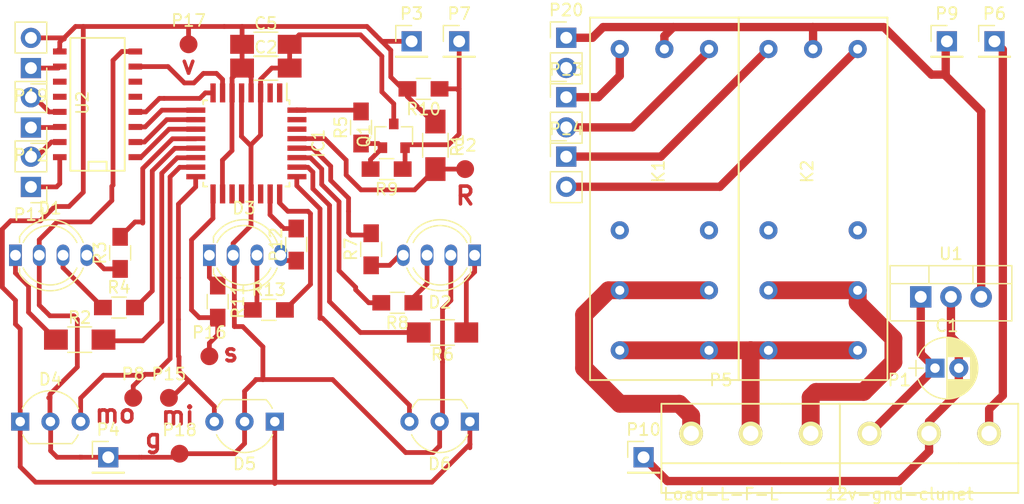
<source format=kicad_pcb>
(kicad_pcb (version 4) (host pcbnew 4.0.4-1.fc25-product)

  (general
    (links 91)
    (no_connects 0)
    (area 0 0 0 0)
    (thickness 1.6)
    (drawings 20)
    (tracks 376)
    (zones 0)
    (modules 48)
    (nets 65)
  )

  (page A4)
  (layers
    (0 F.Cu signal)
    (31 B.Cu signal)
    (32 B.Adhes user)
    (33 F.Adhes user)
    (34 B.Paste user)
    (35 F.Paste user)
    (36 B.SilkS user)
    (37 F.SilkS user)
    (38 B.Mask user)
    (39 F.Mask user)
    (40 Dwgs.User user)
    (41 Cmts.User user)
    (42 Eco1.User user)
    (43 Eco2.User user)
    (44 Edge.Cuts user)
    (45 Margin user)
    (46 B.CrtYd user)
    (47 F.CrtYd user)
    (48 B.Fab user)
    (49 F.Fab user)
  )

  (setup
    (last_trace_width 0.4)
    (trace_clearance 0.3)
    (zone_clearance 0.508)
    (zone_45_only no)
    (trace_min 0.2)
    (segment_width 0.2)
    (edge_width 0.15)
    (via_size 1.2)
    (via_drill 0.6)
    (via_min_size 0.4)
    (via_min_drill 0.3)
    (uvia_size 0.3)
    (uvia_drill 0.1)
    (uvias_allowed no)
    (uvia_min_size 0.2)
    (uvia_min_drill 0.1)
    (pcb_text_width 0.3)
    (pcb_text_size 1.5 1.5)
    (mod_edge_width 0.15)
    (mod_text_size 1 1)
    (mod_text_width 0.15)
    (pad_size 1.524 1.524)
    (pad_drill 0.762)
    (pad_to_mask_clearance 0.2)
    (aux_axis_origin 0 0)
    (visible_elements FFFFFF5F)
    (pcbplotparams
      (layerselection 0x00030_80000001)
      (usegerberextensions false)
      (excludeedgelayer true)
      (linewidth 0.100000)
      (plotframeref false)
      (viasonmask false)
      (mode 1)
      (useauxorigin false)
      (hpglpennumber 1)
      (hpglpenspeed 20)
      (hpglpendiameter 15)
      (hpglpenoverlay 2)
      (psnegative false)
      (psa4output false)
      (plotreference true)
      (plotvalue true)
      (plotinvisibletext false)
      (padsonsilk false)
      (subtractmaskfromsilk false)
      (outputformat 1)
      (mirror false)
      (drillshape 1)
      (scaleselection 1)
      (outputdirectory ""))
  )

  (net 0 "")
  (net 1 +12V)
  (net 2 GND)
  (net 3 VCC)
  (net 4 "Net-(D1-Pad1)")
  (net 5 "Net-(D1-Pad3)")
  (net 6 "Net-(D1-Pad4)")
  (net 7 "Net-(D2-Pad1)")
  (net 8 "Net-(D2-Pad3)")
  (net 9 "Net-(D2-Pad4)")
  (net 10 "Net-(D3-Pad1)")
  (net 11 "Net-(D3-Pad3)")
  (net 12 "Net-(D3-Pad4)")
  (net 13 "Net-(IC1-Pad1)")
  (net 14 "Net-(IC1-Pad2)")
  (net 15 "Net-(IC1-Pad19)")
  (net 16 "Net-(IC1-Pad20)")
  (net 17 "Net-(IC1-Pad22)")
  (net 18 "Net-(IC1-Pad29)")
  (net 19 "Net-(IC1-Pad32)")
  (net 20 "Net-(K1-Pad12)")
  (net 21 "Net-(K1-Pad11)")
  (net 22 "Net-(K1-Pad14)")
  (net 23 "Net-(K1-Pad22)")
  (net 24 "Net-(K2-Pad12)")
  (net 25 "Net-(K2-Pad22)")
  (net 26 clunet)
  (net 27 GNDA)
  (net 28 /R1_2)
  (net 29 /R1_1)
  (net 30 /SW1)
  (net 31 /LED1_1)
  (net 32 /LED1_2)
  (net 33 /LED1_3)
  (net 34 /SW2)
  (net 35 /LED2_1)
  (net 36 /LED2_2)
  (net 37 /LED2_3)
  (net 38 /LED3_1)
  (net 39 /LED3_2)
  (net 40 /LED3_3)
  (net 41 /SW3)
  (net 42 /R2_2)
  (net 43 /R2_1)
  (net 44 "Net-(K1-Pad1)")
  (net 45 "Net-(K1-Pad2)")
  (net 46 "Net-(K2-Pad1)")
  (net 47 "Net-(K2-Pad2)")
  (net 48 "Net-(K2-Pad11)")
  (net 49 "Net-(P1-Pad3)")
  (net 50 "Net-(Q1-Pad1)")
  (net 51 "Net-(P11-Pad1)")
  (net 52 "Net-(P11-Pad2)")
  (net 53 "Net-(P12-Pad1)")
  (net 54 "Net-(P12-Pad2)")
  (net 55 "Net-(U2-Pad12)")
  (net 56 "Net-(U2-Pad11)")
  (net 57 "Net-(U2-Pad6)")
  (net 58 "Net-(U2-Pad5)")
  (net 59 "Net-(IC1-Pad30)")
  (net 60 "Net-(IC1-Pad31)")
  (net 61 /spk)
  (net 62 "Net-(P19-Pad1)")
  (net 63 "Net-(P20-Pad2)")
  (net 64 +5V)

  (net_class Default "Это класс цепей по умолчанию."
    (clearance 0.3)
    (trace_width 0.4)
    (via_dia 1.2)
    (via_drill 0.6)
    (uvia_dia 0.3)
    (uvia_drill 0.1)
    (add_net /LED1_1)
    (add_net /LED1_2)
    (add_net /LED1_3)
    (add_net /LED2_1)
    (add_net /LED2_2)
    (add_net /LED2_3)
    (add_net /LED3_1)
    (add_net /LED3_2)
    (add_net /LED3_3)
    (add_net /R1_1)
    (add_net /R1_2)
    (add_net /R2_1)
    (add_net /R2_2)
    (add_net /SW1)
    (add_net /SW2)
    (add_net /SW3)
    (add_net /spk)
    (add_net GND)
    (add_net "Net-(D1-Pad1)")
    (add_net "Net-(D1-Pad3)")
    (add_net "Net-(D1-Pad4)")
    (add_net "Net-(D2-Pad1)")
    (add_net "Net-(D2-Pad3)")
    (add_net "Net-(D2-Pad4)")
    (add_net "Net-(D3-Pad1)")
    (add_net "Net-(D3-Pad3)")
    (add_net "Net-(D3-Pad4)")
    (add_net "Net-(IC1-Pad1)")
    (add_net "Net-(IC1-Pad19)")
    (add_net "Net-(IC1-Pad2)")
    (add_net "Net-(IC1-Pad20)")
    (add_net "Net-(IC1-Pad22)")
    (add_net "Net-(IC1-Pad29)")
    (add_net "Net-(IC1-Pad30)")
    (add_net "Net-(IC1-Pad31)")
    (add_net "Net-(IC1-Pad32)")
    (add_net "Net-(P11-Pad1)")
    (add_net "Net-(P11-Pad2)")
    (add_net "Net-(P12-Pad1)")
    (add_net "Net-(P12-Pad2)")
    (add_net "Net-(P19-Pad1)")
    (add_net "Net-(P20-Pad2)")
    (add_net "Net-(Q1-Pad1)")
    (add_net "Net-(U2-Pad11)")
    (add_net "Net-(U2-Pad12)")
    (add_net "Net-(U2-Pad5)")
    (add_net "Net-(U2-Pad6)")
    (add_net VCC)
    (add_net clunet)
  )

  (net_class 12v ""
    (clearance 0.5)
    (trace_width 0.7)
    (via_dia 2)
    (via_drill 0.6)
    (uvia_dia 0.3)
    (uvia_drill 0.1)
    (add_net +12V)
    (add_net +5V)
    (add_net GNDA)
    (add_net "Net-(K1-Pad1)")
    (add_net "Net-(K1-Pad2)")
    (add_net "Net-(K2-Pad1)")
    (add_net "Net-(K2-Pad2)")
    (add_net "Net-(P1-Pad3)")
  )

  (net_class 220v ""
    (clearance 1)
    (trace_width 1.5)
    (via_dia 1.2)
    (via_drill 0.6)
    (uvia_dia 0.3)
    (uvia_drill 0.1)
    (add_net "Net-(K1-Pad11)")
    (add_net "Net-(K1-Pad12)")
    (add_net "Net-(K1-Pad14)")
    (add_net "Net-(K1-Pad22)")
    (add_net "Net-(K2-Pad11)")
    (add_net "Net-(K2-Pad12)")
    (add_net "Net-(K2-Pad22)")
  )

  (module Socket_Strips:Socket_Strip_Straight_1x02_Pitch2.54mm (layer F.Cu) (tedit 588DE956) (tstamp 58BA9805)
    (at 112 94.25 180)
    (descr "Through hole straight socket strip, 1x02, 2.54mm pitch, single row")
    (tags "Through hole socket strip THT 1x02 2.54mm single row")
    (path /58BE0A92)
    (fp_text reference P11 (at 0 -2.33 180) (layer F.SilkS)
      (effects (font (size 1 1) (thickness 0.15)))
    )
    (fp_text value R1_ (at 0 4.87 180) (layer F.Fab)
      (effects (font (size 1 1) (thickness 0.15)))
    )
    (fp_line (start -1.27 -1.27) (end -1.27 3.81) (layer F.Fab) (width 0.1))
    (fp_line (start -1.27 3.81) (end 1.27 3.81) (layer F.Fab) (width 0.1))
    (fp_line (start 1.27 3.81) (end 1.27 -1.27) (layer F.Fab) (width 0.1))
    (fp_line (start 1.27 -1.27) (end -1.27 -1.27) (layer F.Fab) (width 0.1))
    (fp_line (start -1.33 1.27) (end -1.33 3.87) (layer F.SilkS) (width 0.12))
    (fp_line (start -1.33 3.87) (end 1.33 3.87) (layer F.SilkS) (width 0.12))
    (fp_line (start 1.33 3.87) (end 1.33 1.27) (layer F.SilkS) (width 0.12))
    (fp_line (start 1.33 1.27) (end -1.33 1.27) (layer F.SilkS) (width 0.12))
    (fp_line (start -1.33 0) (end -1.33 -1.33) (layer F.SilkS) (width 0.12))
    (fp_line (start -1.33 -1.33) (end 0 -1.33) (layer F.SilkS) (width 0.12))
    (fp_line (start -1.55 -1.55) (end -1.55 4.1) (layer F.CrtYd) (width 0.05))
    (fp_line (start -1.55 4.1) (end 1.55 4.1) (layer F.CrtYd) (width 0.05))
    (fp_line (start 1.55 4.1) (end 1.55 -1.55) (layer F.CrtYd) (width 0.05))
    (fp_line (start 1.55 -1.55) (end -1.55 -1.55) (layer F.CrtYd) (width 0.05))
    (pad 1 thru_hole rect (at 0 0 180) (size 1.7 1.7) (drill 1) (layers *.Cu *.Mask)
      (net 51 "Net-(P11-Pad1)"))
    (pad 2 thru_hole oval (at 0 2.54 180) (size 1.7 1.7) (drill 1) (layers *.Cu *.Mask)
      (net 52 "Net-(P11-Pad2)"))
    (model Socket_Strips.3dshapes/Socket_Strip_Straight_1x02_Pitch2.54mm.wrl
      (at (xyz 0 -0.05 0))
      (scale (xyz 1 1 1))
      (rotate (xyz 0 0 270))
    )
  )

  (module Capacitors_ThroughHole:CP_Radial_D5.0mm_P2.00mm (layer F.Cu) (tedit 58765D06) (tstamp 58BA9759)
    (at 188 109.5)
    (descr "CP, Radial series, Radial, pin pitch=2.00mm, , diameter=5mm, Electrolytic Capacitor")
    (tags "CP Radial series Radial pin pitch 2.00mm  diameter 5mm Electrolytic Capacitor")
    (path /58AF5E68)
    (fp_text reference C1 (at 1 -3.56) (layer F.SilkS)
      (effects (font (size 1 1) (thickness 0.15)))
    )
    (fp_text value 100mkf (at 1 3.56) (layer F.Fab)
      (effects (font (size 1 1) (thickness 0.15)))
    )
    (fp_arc (start 1 0) (end -1.397436 -0.98) (angle 135.5) (layer F.SilkS) (width 0.12))
    (fp_arc (start 1 0) (end -1.397436 0.98) (angle -135.5) (layer F.SilkS) (width 0.12))
    (fp_arc (start 1 0) (end 3.397436 -0.98) (angle 44.5) (layer F.SilkS) (width 0.12))
    (fp_circle (center 1 0) (end 3.5 0) (layer F.Fab) (width 0.1))
    (fp_line (start -2.2 0) (end -1 0) (layer F.Fab) (width 0.1))
    (fp_line (start -1.6 -0.65) (end -1.6 0.65) (layer F.Fab) (width 0.1))
    (fp_line (start 1 -2.55) (end 1 2.55) (layer F.SilkS) (width 0.12))
    (fp_line (start 1.04 -2.55) (end 1.04 -0.98) (layer F.SilkS) (width 0.12))
    (fp_line (start 1.04 0.98) (end 1.04 2.55) (layer F.SilkS) (width 0.12))
    (fp_line (start 1.08 -2.549) (end 1.08 -0.98) (layer F.SilkS) (width 0.12))
    (fp_line (start 1.08 0.98) (end 1.08 2.549) (layer F.SilkS) (width 0.12))
    (fp_line (start 1.12 -2.548) (end 1.12 -0.98) (layer F.SilkS) (width 0.12))
    (fp_line (start 1.12 0.98) (end 1.12 2.548) (layer F.SilkS) (width 0.12))
    (fp_line (start 1.16 -2.546) (end 1.16 -0.98) (layer F.SilkS) (width 0.12))
    (fp_line (start 1.16 0.98) (end 1.16 2.546) (layer F.SilkS) (width 0.12))
    (fp_line (start 1.2 -2.543) (end 1.2 -0.98) (layer F.SilkS) (width 0.12))
    (fp_line (start 1.2 0.98) (end 1.2 2.543) (layer F.SilkS) (width 0.12))
    (fp_line (start 1.24 -2.539) (end 1.24 -0.98) (layer F.SilkS) (width 0.12))
    (fp_line (start 1.24 0.98) (end 1.24 2.539) (layer F.SilkS) (width 0.12))
    (fp_line (start 1.28 -2.535) (end 1.28 -0.98) (layer F.SilkS) (width 0.12))
    (fp_line (start 1.28 0.98) (end 1.28 2.535) (layer F.SilkS) (width 0.12))
    (fp_line (start 1.32 -2.531) (end 1.32 -0.98) (layer F.SilkS) (width 0.12))
    (fp_line (start 1.32 0.98) (end 1.32 2.531) (layer F.SilkS) (width 0.12))
    (fp_line (start 1.36 -2.525) (end 1.36 -0.98) (layer F.SilkS) (width 0.12))
    (fp_line (start 1.36 0.98) (end 1.36 2.525) (layer F.SilkS) (width 0.12))
    (fp_line (start 1.4 -2.519) (end 1.4 -0.98) (layer F.SilkS) (width 0.12))
    (fp_line (start 1.4 0.98) (end 1.4 2.519) (layer F.SilkS) (width 0.12))
    (fp_line (start 1.44 -2.513) (end 1.44 -0.98) (layer F.SilkS) (width 0.12))
    (fp_line (start 1.44 0.98) (end 1.44 2.513) (layer F.SilkS) (width 0.12))
    (fp_line (start 1.48 -2.506) (end 1.48 -0.98) (layer F.SilkS) (width 0.12))
    (fp_line (start 1.48 0.98) (end 1.48 2.506) (layer F.SilkS) (width 0.12))
    (fp_line (start 1.52 -2.498) (end 1.52 -0.98) (layer F.SilkS) (width 0.12))
    (fp_line (start 1.52 0.98) (end 1.52 2.498) (layer F.SilkS) (width 0.12))
    (fp_line (start 1.56 -2.489) (end 1.56 -0.98) (layer F.SilkS) (width 0.12))
    (fp_line (start 1.56 0.98) (end 1.56 2.489) (layer F.SilkS) (width 0.12))
    (fp_line (start 1.6 -2.48) (end 1.6 -0.98) (layer F.SilkS) (width 0.12))
    (fp_line (start 1.6 0.98) (end 1.6 2.48) (layer F.SilkS) (width 0.12))
    (fp_line (start 1.64 -2.47) (end 1.64 -0.98) (layer F.SilkS) (width 0.12))
    (fp_line (start 1.64 0.98) (end 1.64 2.47) (layer F.SilkS) (width 0.12))
    (fp_line (start 1.68 -2.46) (end 1.68 -0.98) (layer F.SilkS) (width 0.12))
    (fp_line (start 1.68 0.98) (end 1.68 2.46) (layer F.SilkS) (width 0.12))
    (fp_line (start 1.721 -2.448) (end 1.721 -0.98) (layer F.SilkS) (width 0.12))
    (fp_line (start 1.721 0.98) (end 1.721 2.448) (layer F.SilkS) (width 0.12))
    (fp_line (start 1.761 -2.436) (end 1.761 -0.98) (layer F.SilkS) (width 0.12))
    (fp_line (start 1.761 0.98) (end 1.761 2.436) (layer F.SilkS) (width 0.12))
    (fp_line (start 1.801 -2.424) (end 1.801 -0.98) (layer F.SilkS) (width 0.12))
    (fp_line (start 1.801 0.98) (end 1.801 2.424) (layer F.SilkS) (width 0.12))
    (fp_line (start 1.841 -2.41) (end 1.841 -0.98) (layer F.SilkS) (width 0.12))
    (fp_line (start 1.841 0.98) (end 1.841 2.41) (layer F.SilkS) (width 0.12))
    (fp_line (start 1.881 -2.396) (end 1.881 -0.98) (layer F.SilkS) (width 0.12))
    (fp_line (start 1.881 0.98) (end 1.881 2.396) (layer F.SilkS) (width 0.12))
    (fp_line (start 1.921 -2.382) (end 1.921 -0.98) (layer F.SilkS) (width 0.12))
    (fp_line (start 1.921 0.98) (end 1.921 2.382) (layer F.SilkS) (width 0.12))
    (fp_line (start 1.961 -2.366) (end 1.961 -0.98) (layer F.SilkS) (width 0.12))
    (fp_line (start 1.961 0.98) (end 1.961 2.366) (layer F.SilkS) (width 0.12))
    (fp_line (start 2.001 -2.35) (end 2.001 -0.98) (layer F.SilkS) (width 0.12))
    (fp_line (start 2.001 0.98) (end 2.001 2.35) (layer F.SilkS) (width 0.12))
    (fp_line (start 2.041 -2.333) (end 2.041 -0.98) (layer F.SilkS) (width 0.12))
    (fp_line (start 2.041 0.98) (end 2.041 2.333) (layer F.SilkS) (width 0.12))
    (fp_line (start 2.081 -2.315) (end 2.081 -0.98) (layer F.SilkS) (width 0.12))
    (fp_line (start 2.081 0.98) (end 2.081 2.315) (layer F.SilkS) (width 0.12))
    (fp_line (start 2.121 -2.296) (end 2.121 -0.98) (layer F.SilkS) (width 0.12))
    (fp_line (start 2.121 0.98) (end 2.121 2.296) (layer F.SilkS) (width 0.12))
    (fp_line (start 2.161 -2.276) (end 2.161 -0.98) (layer F.SilkS) (width 0.12))
    (fp_line (start 2.161 0.98) (end 2.161 2.276) (layer F.SilkS) (width 0.12))
    (fp_line (start 2.201 -2.256) (end 2.201 -0.98) (layer F.SilkS) (width 0.12))
    (fp_line (start 2.201 0.98) (end 2.201 2.256) (layer F.SilkS) (width 0.12))
    (fp_line (start 2.241 -2.234) (end 2.241 -0.98) (layer F.SilkS) (width 0.12))
    (fp_line (start 2.241 0.98) (end 2.241 2.234) (layer F.SilkS) (width 0.12))
    (fp_line (start 2.281 -2.212) (end 2.281 -0.98) (layer F.SilkS) (width 0.12))
    (fp_line (start 2.281 0.98) (end 2.281 2.212) (layer F.SilkS) (width 0.12))
    (fp_line (start 2.321 -2.189) (end 2.321 -0.98) (layer F.SilkS) (width 0.12))
    (fp_line (start 2.321 0.98) (end 2.321 2.189) (layer F.SilkS) (width 0.12))
    (fp_line (start 2.361 -2.165) (end 2.361 -0.98) (layer F.SilkS) (width 0.12))
    (fp_line (start 2.361 0.98) (end 2.361 2.165) (layer F.SilkS) (width 0.12))
    (fp_line (start 2.401 -2.14) (end 2.401 -0.98) (layer F.SilkS) (width 0.12))
    (fp_line (start 2.401 0.98) (end 2.401 2.14) (layer F.SilkS) (width 0.12))
    (fp_line (start 2.441 -2.113) (end 2.441 -0.98) (layer F.SilkS) (width 0.12))
    (fp_line (start 2.441 0.98) (end 2.441 2.113) (layer F.SilkS) (width 0.12))
    (fp_line (start 2.481 -2.086) (end 2.481 -0.98) (layer F.SilkS) (width 0.12))
    (fp_line (start 2.481 0.98) (end 2.481 2.086) (layer F.SilkS) (width 0.12))
    (fp_line (start 2.521 -2.058) (end 2.521 -0.98) (layer F.SilkS) (width 0.12))
    (fp_line (start 2.521 0.98) (end 2.521 2.058) (layer F.SilkS) (width 0.12))
    (fp_line (start 2.561 -2.028) (end 2.561 -0.98) (layer F.SilkS) (width 0.12))
    (fp_line (start 2.561 0.98) (end 2.561 2.028) (layer F.SilkS) (width 0.12))
    (fp_line (start 2.601 -1.997) (end 2.601 -0.98) (layer F.SilkS) (width 0.12))
    (fp_line (start 2.601 0.98) (end 2.601 1.997) (layer F.SilkS) (width 0.12))
    (fp_line (start 2.641 -1.965) (end 2.641 -0.98) (layer F.SilkS) (width 0.12))
    (fp_line (start 2.641 0.98) (end 2.641 1.965) (layer F.SilkS) (width 0.12))
    (fp_line (start 2.681 -1.932) (end 2.681 -0.98) (layer F.SilkS) (width 0.12))
    (fp_line (start 2.681 0.98) (end 2.681 1.932) (layer F.SilkS) (width 0.12))
    (fp_line (start 2.721 -1.897) (end 2.721 -0.98) (layer F.SilkS) (width 0.12))
    (fp_line (start 2.721 0.98) (end 2.721 1.897) (layer F.SilkS) (width 0.12))
    (fp_line (start 2.761 -1.861) (end 2.761 -0.98) (layer F.SilkS) (width 0.12))
    (fp_line (start 2.761 0.98) (end 2.761 1.861) (layer F.SilkS) (width 0.12))
    (fp_line (start 2.801 -1.823) (end 2.801 -0.98) (layer F.SilkS) (width 0.12))
    (fp_line (start 2.801 0.98) (end 2.801 1.823) (layer F.SilkS) (width 0.12))
    (fp_line (start 2.841 -1.783) (end 2.841 -0.98) (layer F.SilkS) (width 0.12))
    (fp_line (start 2.841 0.98) (end 2.841 1.783) (layer F.SilkS) (width 0.12))
    (fp_line (start 2.881 -1.742) (end 2.881 -0.98) (layer F.SilkS) (width 0.12))
    (fp_line (start 2.881 0.98) (end 2.881 1.742) (layer F.SilkS) (width 0.12))
    (fp_line (start 2.921 -1.699) (end 2.921 -0.98) (layer F.SilkS) (width 0.12))
    (fp_line (start 2.921 0.98) (end 2.921 1.699) (layer F.SilkS) (width 0.12))
    (fp_line (start 2.961 -1.654) (end 2.961 -0.98) (layer F.SilkS) (width 0.12))
    (fp_line (start 2.961 0.98) (end 2.961 1.654) (layer F.SilkS) (width 0.12))
    (fp_line (start 3.001 -1.606) (end 3.001 1.606) (layer F.SilkS) (width 0.12))
    (fp_line (start 3.041 -1.556) (end 3.041 1.556) (layer F.SilkS) (width 0.12))
    (fp_line (start 3.081 -1.504) (end 3.081 1.504) (layer F.SilkS) (width 0.12))
    (fp_line (start 3.121 -1.448) (end 3.121 1.448) (layer F.SilkS) (width 0.12))
    (fp_line (start 3.161 -1.39) (end 3.161 1.39) (layer F.SilkS) (width 0.12))
    (fp_line (start 3.201 -1.327) (end 3.201 1.327) (layer F.SilkS) (width 0.12))
    (fp_line (start 3.241 -1.261) (end 3.241 1.261) (layer F.SilkS) (width 0.12))
    (fp_line (start 3.281 -1.189) (end 3.281 1.189) (layer F.SilkS) (width 0.12))
    (fp_line (start 3.321 -1.112) (end 3.321 1.112) (layer F.SilkS) (width 0.12))
    (fp_line (start 3.361 -1.028) (end 3.361 1.028) (layer F.SilkS) (width 0.12))
    (fp_line (start 3.401 -0.934) (end 3.401 0.934) (layer F.SilkS) (width 0.12))
    (fp_line (start 3.441 -0.829) (end 3.441 0.829) (layer F.SilkS) (width 0.12))
    (fp_line (start 3.481 -0.707) (end 3.481 0.707) (layer F.SilkS) (width 0.12))
    (fp_line (start 3.521 -0.559) (end 3.521 0.559) (layer F.SilkS) (width 0.12))
    (fp_line (start 3.561 -0.354) (end 3.561 0.354) (layer F.SilkS) (width 0.12))
    (fp_line (start -2.2 0) (end -1 0) (layer F.SilkS) (width 0.12))
    (fp_line (start -1.6 -0.65) (end -1.6 0.65) (layer F.SilkS) (width 0.12))
    (fp_line (start -1.85 -2.85) (end -1.85 2.85) (layer F.CrtYd) (width 0.05))
    (fp_line (start -1.85 2.85) (end 3.85 2.85) (layer F.CrtYd) (width 0.05))
    (fp_line (start 3.85 2.85) (end 3.85 -2.85) (layer F.CrtYd) (width 0.05))
    (fp_line (start 3.85 -2.85) (end -1.85 -2.85) (layer F.CrtYd) (width 0.05))
    (pad 1 thru_hole rect (at 0 0) (size 1.6 1.6) (drill 0.8) (layers *.Cu *.Mask)
      (net 1 +12V))
    (pad 2 thru_hole circle (at 2 0) (size 1.6 1.6) (drill 0.8) (layers *.Cu *.Mask)
      (net 27 GNDA))
    (model Capacitors_THT.3dshapes/CP_Radial_D5.0mm_P2.00mm.wrl
      (at (xyz 0 0 0))
      (scale (xyz 0.393701 0.393701 0.393701))
      (rotate (xyz 0 0 0))
    )
  )

  (module Capacitors_SMD:C_1206_HandSoldering (layer F.Cu) (tedit 58AA84D1) (tstamp 58BA9771)
    (at 131.75 82.25)
    (descr "Capacitor SMD 1206, hand soldering")
    (tags "capacitor 1206")
    (path /58BFA9D1)
    (attr smd)
    (fp_text reference C5 (at 0 -1.75) (layer F.SilkS)
      (effects (font (size 1 1) (thickness 0.15)))
    )
    (fp_text value C_Small (at 0 2) (layer F.Fab)
      (effects (font (size 1 1) (thickness 0.15)))
    )
    (fp_text user %R (at 0 -1.75) (layer F.Fab)
      (effects (font (size 1 1) (thickness 0.15)))
    )
    (fp_line (start -1.6 0.8) (end -1.6 -0.8) (layer F.Fab) (width 0.1))
    (fp_line (start 1.6 0.8) (end -1.6 0.8) (layer F.Fab) (width 0.1))
    (fp_line (start 1.6 -0.8) (end 1.6 0.8) (layer F.Fab) (width 0.1))
    (fp_line (start -1.6 -0.8) (end 1.6 -0.8) (layer F.Fab) (width 0.1))
    (fp_line (start 1 -1.02) (end -1 -1.02) (layer F.SilkS) (width 0.12))
    (fp_line (start -1 1.02) (end 1 1.02) (layer F.SilkS) (width 0.12))
    (fp_line (start -3.25 -1.05) (end 3.25 -1.05) (layer F.CrtYd) (width 0.05))
    (fp_line (start -3.25 -1.05) (end -3.25 1.05) (layer F.CrtYd) (width 0.05))
    (fp_line (start 3.25 1.05) (end 3.25 -1.05) (layer F.CrtYd) (width 0.05))
    (fp_line (start 3.25 1.05) (end -3.25 1.05) (layer F.CrtYd) (width 0.05))
    (pad 1 smd rect (at -2 0) (size 2 1.6) (layers F.Cu F.Paste F.Mask)
      (net 3 VCC))
    (pad 2 smd rect (at 2 0) (size 2 1.6) (layers F.Cu F.Paste F.Mask)
      (net 2 GND))
    (model Capacitors_SMD.3dshapes/C_1206.wrl
      (at (xyz 0 0 0))
      (scale (xyz 1 1 1))
      (rotate (xyz 0 0 0))
    )
  )

  (module tqfp:RT424F05 (layer F.Cu) (tedit 58B9C12C) (tstamp 58BA97BA)
    (at 169 108 270)
    (path /58B5439C)
    (fp_text reference K1 (at -15.05 4.25 270) (layer F.SilkS)
      (effects (font (size 1 1) (thickness 0.15)))
    )
    (fp_text value RT424F05 (at -15.05 3.25 270) (layer F.Fab)
      (effects (font (size 1 1) (thickness 0.15)))
    )
    (fp_line (start 2.5 -2.5) (end 2.5 10) (layer F.SilkS) (width 0.15))
    (fp_line (start 2.5 10) (end -28 10) (layer F.SilkS) (width 0.15))
    (fp_line (start -28 10) (end -28 -2.5) (layer F.SilkS) (width 0.15))
    (fp_line (start -28 -2.5) (end 2.5 -2.5) (layer F.SilkS) (width 0.15))
    (pad 1 thru_hole circle (at -25.35 0 270) (size 1.524 1.524) (drill 0.762) (layers *.Cu *.Mask)
      (net 44 "Net-(K1-Pad1)"))
    (pad 2 thru_hole circle (at -25.35 7.5 270) (size 1.524 1.524) (drill 0.762) (layers *.Cu *.Mask)
      (net 45 "Net-(K1-Pad2)"))
    (pad 3 thru_hole circle (at -25.35 3.75 270) (size 1.524 1.524) (drill 0.762) (layers *.Cu *.Mask)
      (net 64 +5V))
    (pad 12 thru_hole circle (at -10.1 0 270) (size 1.524 1.524) (drill 0.762) (layers *.Cu *.Mask)
      (net 20 "Net-(K1-Pad12)"))
    (pad 11 thru_hole circle (at -5.05 0 270) (size 1.524 1.524) (drill 0.762) (layers *.Cu *.Mask)
      (net 21 "Net-(K1-Pad11)"))
    (pad 14 thru_hole circle (at 0 0 270) (size 1.524 1.524) (drill 0.762) (layers *.Cu *.Mask)
      (net 22 "Net-(K1-Pad14)"))
    (pad 22 thru_hole circle (at -10.1 7.5 270) (size 1.524 1.524) (drill 0.762) (layers *.Cu *.Mask)
      (net 23 "Net-(K1-Pad22)"))
    (pad 21 thru_hole circle (at -5.05 7.5 270) (size 1.524 1.524) (drill 0.762) (layers *.Cu *.Mask)
      (net 21 "Net-(K1-Pad11)"))
    (pad 24 thru_hole circle (at 0 7.5 270) (size 1.524 1.524) (drill 0.762) (layers *.Cu *.Mask)
      (net 22 "Net-(K1-Pad14)"))
  )

  (module tqfp:RT424F05 (layer F.Cu) (tedit 58B9C12C) (tstamp 58BA97C7)
    (at 181.5 108 270)
    (path /58B5204E)
    (fp_text reference K2 (at -15.05 4.25 270) (layer F.SilkS)
      (effects (font (size 1 1) (thickness 0.15)))
    )
    (fp_text value RT424F05 (at -15.05 3.25 270) (layer F.Fab)
      (effects (font (size 1 1) (thickness 0.15)))
    )
    (fp_line (start 2.5 -2.5) (end 2.5 10) (layer F.SilkS) (width 0.15))
    (fp_line (start 2.5 10) (end -28 10) (layer F.SilkS) (width 0.15))
    (fp_line (start -28 10) (end -28 -2.5) (layer F.SilkS) (width 0.15))
    (fp_line (start -28 -2.5) (end 2.5 -2.5) (layer F.SilkS) (width 0.15))
    (pad 1 thru_hole circle (at -25.35 0 270) (size 1.524 1.524) (drill 0.762) (layers *.Cu *.Mask)
      (net 46 "Net-(K2-Pad1)"))
    (pad 2 thru_hole circle (at -25.35 7.5 270) (size 1.524 1.524) (drill 0.762) (layers *.Cu *.Mask)
      (net 47 "Net-(K2-Pad2)"))
    (pad 3 thru_hole circle (at -25.35 3.75 270) (size 1.524 1.524) (drill 0.762) (layers *.Cu *.Mask)
      (net 64 +5V))
    (pad 12 thru_hole circle (at -10.1 0 270) (size 1.524 1.524) (drill 0.762) (layers *.Cu *.Mask)
      (net 24 "Net-(K2-Pad12)"))
    (pad 11 thru_hole circle (at -5.05 0 270) (size 1.524 1.524) (drill 0.762) (layers *.Cu *.Mask)
      (net 48 "Net-(K2-Pad11)"))
    (pad 14 thru_hole circle (at 0 0 270) (size 1.524 1.524) (drill 0.762) (layers *.Cu *.Mask)
      (net 22 "Net-(K1-Pad14)"))
    (pad 22 thru_hole circle (at -10.1 7.5 270) (size 1.524 1.524) (drill 0.762) (layers *.Cu *.Mask)
      (net 25 "Net-(K2-Pad22)"))
    (pad 21 thru_hole circle (at -5.05 7.5 270) (size 1.524 1.524) (drill 0.762) (layers *.Cu *.Mask)
      (net 48 "Net-(K2-Pad11)"))
    (pad 24 thru_hole circle (at 0 7.5 270) (size 1.524 1.524) (drill 0.762) (layers *.Cu *.Mask)
      (net 22 "Net-(K1-Pad14)"))
  )

  (module tqfp:DG301-5.0-3x (layer F.Cu) (tedit 58B9BEF3) (tstamp 58BA97CE)
    (at 185 115)
    (descr http://www.tme.eu/en/Document/72ad9f371bb0c16572574ac47903b3a1/DG301-5.0.pdf)
    (path /58AF4C5D)
    (fp_text reference P1 (at 0 -4.5) (layer F.SilkS)
      (effects (font (size 1 1) (thickness 0.15)))
    )
    (fp_text value 12v-gnd-clunet (at 0 5.1) (layer F.SilkS)
      (effects (font (size 1 1) (thickness 0.15)))
    )
    (fp_line (start 5 2.5) (end 10 2.5) (layer F.SilkS) (width 0.15))
    (fp_line (start 10 5) (end 5 5) (layer F.SilkS) (width 0.15))
    (fp_line (start 5 -2.5) (end 10 -2.5) (layer F.SilkS) (width 0.15))
    (fp_circle (center 7.55 0) (end 9.05 0) (layer Dwgs.User) (width 0.15))
    (fp_line (start 6.05 -0.5) (end 9.05 -0.5) (layer Dwgs.User) (width 0.15))
    (fp_line (start 9.05 0.5) (end 6.05 0.5) (layer Dwgs.User) (width 0.15))
    (fp_line (start 5 2.5) (end -5 2.5) (layer F.SilkS) (width 0.15))
    (fp_line (start -4 0.5) (end -1 0.5) (layer Dwgs.User) (width 0.15))
    (fp_line (start -1 -0.5) (end -4 -0.5) (layer Dwgs.User) (width 0.15))
    (fp_line (start 4 0.5) (end 1 0.5) (layer Dwgs.User) (width 0.15))
    (fp_line (start 1 -0.5) (end 4 -0.5) (layer Dwgs.User) (width 0.15))
    (fp_circle (center -2.5 0) (end -1 0) (layer Dwgs.User) (width 0.15))
    (fp_circle (center 2.5 0) (end 4 0) (layer Dwgs.User) (width 0.15))
    (fp_line (start -5 5) (end -5 -2.5) (layer F.SilkS) (width 0.15))
    (fp_line (start -5 -2.5) (end 5 -2.5) (layer F.SilkS) (width 0.15))
    (fp_line (start 10 -2.5) (end 10 5) (layer F.SilkS) (width 0.15))
    (fp_line (start 5 5) (end -5 5) (layer F.SilkS) (width 0.15))
    (pad 3 thru_hole circle (at 7.55 0) (size 2 2) (drill 1.3) (layers *.Cu *.Mask F.SilkS)
      (net 49 "Net-(P1-Pad3)"))
    (pad 1 thru_hole circle (at -2.5 0) (size 2 2) (drill 1.3) (layers *.Cu *.Mask F.SilkS)
      (net 1 +12V))
    (pad 2 thru_hole circle (at 2.5 0) (size 2 2) (drill 1.3) (layers *.Cu *.Mask F.SilkS)
      (net 27 GNDA))
  )

  (module Socket_Strips:Socket_Strip_Straight_1x01_Pitch2.54mm (layer F.Cu) (tedit 588DE956) (tstamp 58BA97D8)
    (at 144 82)
    (descr "Through hole straight socket strip, 1x01, 2.54mm pitch, single row")
    (tags "Through hole socket strip THT 1x01 2.54mm single row")
    (path /58B450CD)
    (fp_text reference P3 (at 0 -2.33) (layer F.SilkS)
      (effects (font (size 1 1) (thickness 0.15)))
    )
    (fp_text value Vcc (at 0 2.33) (layer F.Fab)
      (effects (font (size 1 1) (thickness 0.15)))
    )
    (fp_line (start -1.27 -1.27) (end -1.27 1.27) (layer F.Fab) (width 0.1))
    (fp_line (start -1.27 1.27) (end 1.27 1.27) (layer F.Fab) (width 0.1))
    (fp_line (start 1.27 1.27) (end 1.27 -1.27) (layer F.Fab) (width 0.1))
    (fp_line (start 1.27 -1.27) (end -1.27 -1.27) (layer F.Fab) (width 0.1))
    (fp_line (start -1.33 1.27) (end -1.33 1.33) (layer F.SilkS) (width 0.12))
    (fp_line (start -1.33 1.33) (end 1.33 1.33) (layer F.SilkS) (width 0.12))
    (fp_line (start 1.33 1.33) (end 1.33 1.27) (layer F.SilkS) (width 0.12))
    (fp_line (start 1.33 1.27) (end -1.33 1.27) (layer F.SilkS) (width 0.12))
    (fp_line (start -1.33 0) (end -1.33 -1.33) (layer F.SilkS) (width 0.12))
    (fp_line (start -1.33 -1.33) (end 0 -1.33) (layer F.SilkS) (width 0.12))
    (fp_line (start -1.55 -1.55) (end -1.55 1.55) (layer F.CrtYd) (width 0.05))
    (fp_line (start -1.55 1.55) (end 1.55 1.55) (layer F.CrtYd) (width 0.05))
    (fp_line (start 1.55 1.55) (end 1.55 -1.55) (layer F.CrtYd) (width 0.05))
    (fp_line (start 1.55 -1.55) (end -1.55 -1.55) (layer F.CrtYd) (width 0.05))
    (pad 1 thru_hole rect (at 0 0) (size 1.7 1.7) (drill 1) (layers *.Cu *.Mask)
      (net 3 VCC))
    (model Socket_Strips.3dshapes/Socket_Strip_Straight_1x01_Pitch2.54mm.wrl
      (at (xyz 0 0 0))
      (scale (xyz 1 1 1))
      (rotate (xyz 0 0 270))
    )
  )

  (module Socket_Strips:Socket_Strip_Straight_1x01_Pitch2.54mm (layer F.Cu) (tedit 588DE956) (tstamp 58BA97DD)
    (at 118.5 117)
    (descr "Through hole straight socket strip, 1x01, 2.54mm pitch, single row")
    (tags "Through hole socket strip THT 1x01 2.54mm single row")
    (path /58B466F4)
    (fp_text reference P4 (at 0 -2.33) (layer F.SilkS)
      (effects (font (size 1 1) (thickness 0.15)))
    )
    (fp_text value Gnd (at 0 2.33) (layer F.Fab)
      (effects (font (size 1 1) (thickness 0.15)))
    )
    (fp_line (start -1.27 -1.27) (end -1.27 1.27) (layer F.Fab) (width 0.1))
    (fp_line (start -1.27 1.27) (end 1.27 1.27) (layer F.Fab) (width 0.1))
    (fp_line (start 1.27 1.27) (end 1.27 -1.27) (layer F.Fab) (width 0.1))
    (fp_line (start 1.27 -1.27) (end -1.27 -1.27) (layer F.Fab) (width 0.1))
    (fp_line (start -1.33 1.27) (end -1.33 1.33) (layer F.SilkS) (width 0.12))
    (fp_line (start -1.33 1.33) (end 1.33 1.33) (layer F.SilkS) (width 0.12))
    (fp_line (start 1.33 1.33) (end 1.33 1.27) (layer F.SilkS) (width 0.12))
    (fp_line (start 1.33 1.27) (end -1.33 1.27) (layer F.SilkS) (width 0.12))
    (fp_line (start -1.33 0) (end -1.33 -1.33) (layer F.SilkS) (width 0.12))
    (fp_line (start -1.33 -1.33) (end 0 -1.33) (layer F.SilkS) (width 0.12))
    (fp_line (start -1.55 -1.55) (end -1.55 1.55) (layer F.CrtYd) (width 0.05))
    (fp_line (start -1.55 1.55) (end 1.55 1.55) (layer F.CrtYd) (width 0.05))
    (fp_line (start 1.55 1.55) (end 1.55 -1.55) (layer F.CrtYd) (width 0.05))
    (fp_line (start 1.55 -1.55) (end -1.55 -1.55) (layer F.CrtYd) (width 0.05))
    (pad 1 thru_hole rect (at 0 0) (size 1.7 1.7) (drill 1) (layers *.Cu *.Mask)
      (net 2 GND))
    (model Socket_Strips.3dshapes/Socket_Strip_Straight_1x01_Pitch2.54mm.wrl
      (at (xyz 0 0 0))
      (scale (xyz 1 1 1))
      (rotate (xyz 0 0 270))
    )
  )

  (module tqfp:DG301-5.0-3x (layer F.Cu) (tedit 58B9BEF3) (tstamp 58BA97E4)
    (at 170 115)
    (descr http://www.tme.eu/en/Document/72ad9f371bb0c16572574ac47903b3a1/DG301-5.0.pdf)
    (path /58BA597C)
    (fp_text reference P5 (at 0 -4.5) (layer F.SilkS)
      (effects (font (size 1 1) (thickness 0.15)))
    )
    (fp_text value Load-L-F-L (at 0 5.1) (layer F.SilkS)
      (effects (font (size 1 1) (thickness 0.15)))
    )
    (fp_line (start 5 2.5) (end 10 2.5) (layer F.SilkS) (width 0.15))
    (fp_line (start 10 5) (end 5 5) (layer F.SilkS) (width 0.15))
    (fp_line (start 5 -2.5) (end 10 -2.5) (layer F.SilkS) (width 0.15))
    (fp_circle (center 7.55 0) (end 9.05 0) (layer Dwgs.User) (width 0.15))
    (fp_line (start 6.05 -0.5) (end 9.05 -0.5) (layer Dwgs.User) (width 0.15))
    (fp_line (start 9.05 0.5) (end 6.05 0.5) (layer Dwgs.User) (width 0.15))
    (fp_line (start 5 2.5) (end -5 2.5) (layer F.SilkS) (width 0.15))
    (fp_line (start -4 0.5) (end -1 0.5) (layer Dwgs.User) (width 0.15))
    (fp_line (start -1 -0.5) (end -4 -0.5) (layer Dwgs.User) (width 0.15))
    (fp_line (start 4 0.5) (end 1 0.5) (layer Dwgs.User) (width 0.15))
    (fp_line (start 1 -0.5) (end 4 -0.5) (layer Dwgs.User) (width 0.15))
    (fp_circle (center -2.5 0) (end -1 0) (layer Dwgs.User) (width 0.15))
    (fp_circle (center 2.5 0) (end 4 0) (layer Dwgs.User) (width 0.15))
    (fp_line (start -5 5) (end -5 -2.5) (layer F.SilkS) (width 0.15))
    (fp_line (start -5 -2.5) (end 5 -2.5) (layer F.SilkS) (width 0.15))
    (fp_line (start 10 -2.5) (end 10 5) (layer F.SilkS) (width 0.15))
    (fp_line (start 5 5) (end -5 5) (layer F.SilkS) (width 0.15))
    (pad 3 thru_hole circle (at 7.55 0) (size 2 2) (drill 1.3) (layers *.Cu *.Mask F.SilkS)
      (net 48 "Net-(K2-Pad11)"))
    (pad 1 thru_hole circle (at -2.5 0) (size 2 2) (drill 1.3) (layers *.Cu *.Mask F.SilkS)
      (net 21 "Net-(K1-Pad11)"))
    (pad 2 thru_hole circle (at 2.5 0) (size 2 2) (drill 1.3) (layers *.Cu *.Mask F.SilkS)
      (net 22 "Net-(K1-Pad14)"))
  )

  (module Socket_Strips:Socket_Strip_Straight_1x01_Pitch2.54mm (layer F.Cu) (tedit 588DE956) (tstamp 58BA97E9)
    (at 193 82)
    (descr "Through hole straight socket strip, 1x01, 2.54mm pitch, single row")
    (tags "Through hole socket strip THT 1x01 2.54mm single row")
    (path /58BF40AA)
    (fp_text reference P6 (at 0 -2.33) (layer F.SilkS)
      (effects (font (size 1 1) (thickness 0.15)))
    )
    (fp_text value Clunet (at 0 2.33) (layer F.Fab)
      (effects (font (size 1 1) (thickness 0.15)))
    )
    (fp_line (start -1.27 -1.27) (end -1.27 1.27) (layer F.Fab) (width 0.1))
    (fp_line (start -1.27 1.27) (end 1.27 1.27) (layer F.Fab) (width 0.1))
    (fp_line (start 1.27 1.27) (end 1.27 -1.27) (layer F.Fab) (width 0.1))
    (fp_line (start 1.27 -1.27) (end -1.27 -1.27) (layer F.Fab) (width 0.1))
    (fp_line (start -1.33 1.27) (end -1.33 1.33) (layer F.SilkS) (width 0.12))
    (fp_line (start -1.33 1.33) (end 1.33 1.33) (layer F.SilkS) (width 0.12))
    (fp_line (start 1.33 1.33) (end 1.33 1.27) (layer F.SilkS) (width 0.12))
    (fp_line (start 1.33 1.27) (end -1.33 1.27) (layer F.SilkS) (width 0.12))
    (fp_line (start -1.33 0) (end -1.33 -1.33) (layer F.SilkS) (width 0.12))
    (fp_line (start -1.33 -1.33) (end 0 -1.33) (layer F.SilkS) (width 0.12))
    (fp_line (start -1.55 -1.55) (end -1.55 1.55) (layer F.CrtYd) (width 0.05))
    (fp_line (start -1.55 1.55) (end 1.55 1.55) (layer F.CrtYd) (width 0.05))
    (fp_line (start 1.55 1.55) (end 1.55 -1.55) (layer F.CrtYd) (width 0.05))
    (fp_line (start 1.55 -1.55) (end -1.55 -1.55) (layer F.CrtYd) (width 0.05))
    (pad 1 thru_hole rect (at 0 0) (size 1.7 1.7) (drill 1) (layers *.Cu *.Mask)
      (net 49 "Net-(P1-Pad3)"))
    (model Socket_Strips.3dshapes/Socket_Strip_Straight_1x01_Pitch2.54mm.wrl
      (at (xyz 0 0 0))
      (scale (xyz 1 1 1))
      (rotate (xyz 0 0 270))
    )
  )

  (module Socket_Strips:Socket_Strip_Straight_1x01_Pitch2.54mm (layer F.Cu) (tedit 588DE956) (tstamp 58BA97EE)
    (at 148 82)
    (descr "Through hole straight socket strip, 1x01, 2.54mm pitch, single row")
    (tags "Through hole socket strip THT 1x01 2.54mm single row")
    (path /58BF43F3)
    (fp_text reference P7 (at 0 -2.33) (layer F.SilkS)
      (effects (font (size 1 1) (thickness 0.15)))
    )
    (fp_text value Clunet (at 0 2.33) (layer F.Fab)
      (effects (font (size 1 1) (thickness 0.15)))
    )
    (fp_line (start -1.27 -1.27) (end -1.27 1.27) (layer F.Fab) (width 0.1))
    (fp_line (start -1.27 1.27) (end 1.27 1.27) (layer F.Fab) (width 0.1))
    (fp_line (start 1.27 1.27) (end 1.27 -1.27) (layer F.Fab) (width 0.1))
    (fp_line (start 1.27 -1.27) (end -1.27 -1.27) (layer F.Fab) (width 0.1))
    (fp_line (start -1.33 1.27) (end -1.33 1.33) (layer F.SilkS) (width 0.12))
    (fp_line (start -1.33 1.33) (end 1.33 1.33) (layer F.SilkS) (width 0.12))
    (fp_line (start 1.33 1.33) (end 1.33 1.27) (layer F.SilkS) (width 0.12))
    (fp_line (start 1.33 1.27) (end -1.33 1.27) (layer F.SilkS) (width 0.12))
    (fp_line (start -1.33 0) (end -1.33 -1.33) (layer F.SilkS) (width 0.12))
    (fp_line (start -1.33 -1.33) (end 0 -1.33) (layer F.SilkS) (width 0.12))
    (fp_line (start -1.55 -1.55) (end -1.55 1.55) (layer F.CrtYd) (width 0.05))
    (fp_line (start -1.55 1.55) (end 1.55 1.55) (layer F.CrtYd) (width 0.05))
    (fp_line (start 1.55 1.55) (end 1.55 -1.55) (layer F.CrtYd) (width 0.05))
    (fp_line (start 1.55 -1.55) (end -1.55 -1.55) (layer F.CrtYd) (width 0.05))
    (pad 1 thru_hole rect (at 0 0) (size 1.7 1.7) (drill 1) (layers *.Cu *.Mask)
      (net 26 clunet))
    (model Socket_Strips.3dshapes/Socket_Strip_Straight_1x01_Pitch2.54mm.wrl
      (at (xyz 0 0 0))
      (scale (xyz 1 1 1))
      (rotate (xyz 0 0 270))
    )
  )

  (module Socket_Strips:Socket_Strip_Straight_1x01_Pitch2.54mm (layer F.Cu) (tedit 588DE956) (tstamp 58BA97FA)
    (at 189 82)
    (descr "Through hole straight socket strip, 1x01, 2.54mm pitch, single row")
    (tags "Through hole socket strip THT 1x01 2.54mm single row")
    (path /58BFE3A9)
    (fp_text reference P9 (at 0 -2.33) (layer F.SilkS)
      (effects (font (size 1 1) (thickness 0.15)))
    )
    (fp_text value Vcc (at 0 2.33) (layer F.Fab)
      (effects (font (size 1 1) (thickness 0.15)))
    )
    (fp_line (start -1.27 -1.27) (end -1.27 1.27) (layer F.Fab) (width 0.1))
    (fp_line (start -1.27 1.27) (end 1.27 1.27) (layer F.Fab) (width 0.1))
    (fp_line (start 1.27 1.27) (end 1.27 -1.27) (layer F.Fab) (width 0.1))
    (fp_line (start 1.27 -1.27) (end -1.27 -1.27) (layer F.Fab) (width 0.1))
    (fp_line (start -1.33 1.27) (end -1.33 1.33) (layer F.SilkS) (width 0.12))
    (fp_line (start -1.33 1.33) (end 1.33 1.33) (layer F.SilkS) (width 0.12))
    (fp_line (start 1.33 1.33) (end 1.33 1.27) (layer F.SilkS) (width 0.12))
    (fp_line (start 1.33 1.27) (end -1.33 1.27) (layer F.SilkS) (width 0.12))
    (fp_line (start -1.33 0) (end -1.33 -1.33) (layer F.SilkS) (width 0.12))
    (fp_line (start -1.33 -1.33) (end 0 -1.33) (layer F.SilkS) (width 0.12))
    (fp_line (start -1.55 -1.55) (end -1.55 1.55) (layer F.CrtYd) (width 0.05))
    (fp_line (start -1.55 1.55) (end 1.55 1.55) (layer F.CrtYd) (width 0.05))
    (fp_line (start 1.55 1.55) (end 1.55 -1.55) (layer F.CrtYd) (width 0.05))
    (fp_line (start 1.55 -1.55) (end -1.55 -1.55) (layer F.CrtYd) (width 0.05))
    (pad 1 thru_hole rect (at 0 0) (size 1.7 1.7) (drill 1) (layers *.Cu *.Mask)
      (net 64 +5V))
    (model Socket_Strips.3dshapes/Socket_Strip_Straight_1x01_Pitch2.54mm.wrl
      (at (xyz 0 0 0))
      (scale (xyz 1 1 1))
      (rotate (xyz 0 0 270))
    )
  )

  (module Socket_Strips:Socket_Strip_Straight_1x01_Pitch2.54mm (layer F.Cu) (tedit 588DE956) (tstamp 58BA97FF)
    (at 163.5 117)
    (descr "Through hole straight socket strip, 1x01, 2.54mm pitch, single row")
    (tags "Through hole socket strip THT 1x01 2.54mm single row")
    (path /58BFEA1B)
    (fp_text reference P10 (at 0 -2.33) (layer F.SilkS)
      (effects (font (size 1 1) (thickness 0.15)))
    )
    (fp_text value Gnd (at 0 2.33) (layer F.Fab)
      (effects (font (size 1 1) (thickness 0.15)))
    )
    (fp_line (start -1.27 -1.27) (end -1.27 1.27) (layer F.Fab) (width 0.1))
    (fp_line (start -1.27 1.27) (end 1.27 1.27) (layer F.Fab) (width 0.1))
    (fp_line (start 1.27 1.27) (end 1.27 -1.27) (layer F.Fab) (width 0.1))
    (fp_line (start 1.27 -1.27) (end -1.27 -1.27) (layer F.Fab) (width 0.1))
    (fp_line (start -1.33 1.27) (end -1.33 1.33) (layer F.SilkS) (width 0.12))
    (fp_line (start -1.33 1.33) (end 1.33 1.33) (layer F.SilkS) (width 0.12))
    (fp_line (start 1.33 1.33) (end 1.33 1.27) (layer F.SilkS) (width 0.12))
    (fp_line (start 1.33 1.27) (end -1.33 1.27) (layer F.SilkS) (width 0.12))
    (fp_line (start -1.33 0) (end -1.33 -1.33) (layer F.SilkS) (width 0.12))
    (fp_line (start -1.33 -1.33) (end 0 -1.33) (layer F.SilkS) (width 0.12))
    (fp_line (start -1.55 -1.55) (end -1.55 1.55) (layer F.CrtYd) (width 0.05))
    (fp_line (start -1.55 1.55) (end 1.55 1.55) (layer F.CrtYd) (width 0.05))
    (fp_line (start 1.55 1.55) (end 1.55 -1.55) (layer F.CrtYd) (width 0.05))
    (fp_line (start 1.55 -1.55) (end -1.55 -1.55) (layer F.CrtYd) (width 0.05))
    (pad 1 thru_hole rect (at 0 0) (size 1.7 1.7) (drill 1) (layers *.Cu *.Mask)
      (net 27 GNDA))
    (model Socket_Strips.3dshapes/Socket_Strip_Straight_1x01_Pitch2.54mm.wrl
      (at (xyz 0 0 0))
      (scale (xyz 1 1 1))
      (rotate (xyz 0 0 270))
    )
  )

  (module Socket_Strips:Socket_Strip_Straight_1x02_Pitch2.54mm (layer F.Cu) (tedit 588DE956) (tstamp 58BA980B)
    (at 112 89.25 180)
    (descr "Through hole straight socket strip, 1x02, 2.54mm pitch, single row")
    (tags "Through hole socket strip THT 1x02 2.54mm single row")
    (path /58BE5403)
    (fp_text reference P12 (at 0 -2.33 180) (layer F.SilkS)
      (effects (font (size 1 1) (thickness 0.15)))
    )
    (fp_text value R2_ (at 0 4.87 180) (layer F.Fab)
      (effects (font (size 1 1) (thickness 0.15)))
    )
    (fp_line (start -1.27 -1.27) (end -1.27 3.81) (layer F.Fab) (width 0.1))
    (fp_line (start -1.27 3.81) (end 1.27 3.81) (layer F.Fab) (width 0.1))
    (fp_line (start 1.27 3.81) (end 1.27 -1.27) (layer F.Fab) (width 0.1))
    (fp_line (start 1.27 -1.27) (end -1.27 -1.27) (layer F.Fab) (width 0.1))
    (fp_line (start -1.33 1.27) (end -1.33 3.87) (layer F.SilkS) (width 0.12))
    (fp_line (start -1.33 3.87) (end 1.33 3.87) (layer F.SilkS) (width 0.12))
    (fp_line (start 1.33 3.87) (end 1.33 1.27) (layer F.SilkS) (width 0.12))
    (fp_line (start 1.33 1.27) (end -1.33 1.27) (layer F.SilkS) (width 0.12))
    (fp_line (start -1.33 0) (end -1.33 -1.33) (layer F.SilkS) (width 0.12))
    (fp_line (start -1.33 -1.33) (end 0 -1.33) (layer F.SilkS) (width 0.12))
    (fp_line (start -1.55 -1.55) (end -1.55 4.1) (layer F.CrtYd) (width 0.05))
    (fp_line (start -1.55 4.1) (end 1.55 4.1) (layer F.CrtYd) (width 0.05))
    (fp_line (start 1.55 4.1) (end 1.55 -1.55) (layer F.CrtYd) (width 0.05))
    (fp_line (start 1.55 -1.55) (end -1.55 -1.55) (layer F.CrtYd) (width 0.05))
    (pad 1 thru_hole rect (at 0 0 180) (size 1.7 1.7) (drill 1) (layers *.Cu *.Mask)
      (net 53 "Net-(P12-Pad1)"))
    (pad 2 thru_hole oval (at 0 2.54 180) (size 1.7 1.7) (drill 1) (layers *.Cu *.Mask)
      (net 54 "Net-(P12-Pad2)"))
    (model Socket_Strips.3dshapes/Socket_Strip_Straight_1x02_Pitch2.54mm.wrl
      (at (xyz 0 -0.05 0))
      (scale (xyz 1 1 1))
      (rotate (xyz 0 0 270))
    )
  )

  (module Socket_Strips:Socket_Strip_Straight_1x02_Pitch2.54mm (layer F.Cu) (tedit 588DE956) (tstamp 58BA9811)
    (at 157 86.7)
    (descr "Through hole straight socket strip, 1x02, 2.54mm pitch, single row")
    (tags "Through hole socket strip THT 1x02 2.54mm single row")
    (path /58BE22FA)
    (fp_text reference P13 (at 0 -2.33) (layer F.SilkS)
      (effects (font (size 1 1) (thickness 0.15)))
    )
    (fp_text value R1_ (at 0 4.87) (layer F.Fab)
      (effects (font (size 1 1) (thickness 0.15)))
    )
    (fp_line (start -1.27 -1.27) (end -1.27 3.81) (layer F.Fab) (width 0.1))
    (fp_line (start -1.27 3.81) (end 1.27 3.81) (layer F.Fab) (width 0.1))
    (fp_line (start 1.27 3.81) (end 1.27 -1.27) (layer F.Fab) (width 0.1))
    (fp_line (start 1.27 -1.27) (end -1.27 -1.27) (layer F.Fab) (width 0.1))
    (fp_line (start -1.33 1.27) (end -1.33 3.87) (layer F.SilkS) (width 0.12))
    (fp_line (start -1.33 3.87) (end 1.33 3.87) (layer F.SilkS) (width 0.12))
    (fp_line (start 1.33 3.87) (end 1.33 1.27) (layer F.SilkS) (width 0.12))
    (fp_line (start 1.33 1.27) (end -1.33 1.27) (layer F.SilkS) (width 0.12))
    (fp_line (start -1.33 0) (end -1.33 -1.33) (layer F.SilkS) (width 0.12))
    (fp_line (start -1.33 -1.33) (end 0 -1.33) (layer F.SilkS) (width 0.12))
    (fp_line (start -1.55 -1.55) (end -1.55 4.1) (layer F.CrtYd) (width 0.05))
    (fp_line (start -1.55 4.1) (end 1.55 4.1) (layer F.CrtYd) (width 0.05))
    (fp_line (start 1.55 4.1) (end 1.55 -1.55) (layer F.CrtYd) (width 0.05))
    (fp_line (start 1.55 -1.55) (end -1.55 -1.55) (layer F.CrtYd) (width 0.05))
    (pad 1 thru_hole rect (at 0 0) (size 1.7 1.7) (drill 1) (layers *.Cu *.Mask)
      (net 45 "Net-(K1-Pad2)"))
    (pad 2 thru_hole oval (at 0 2.54) (size 1.7 1.7) (drill 1) (layers *.Cu *.Mask)
      (net 44 "Net-(K1-Pad1)"))
    (model Socket_Strips.3dshapes/Socket_Strip_Straight_1x02_Pitch2.54mm.wrl
      (at (xyz 0 -0.05 0))
      (scale (xyz 1 1 1))
      (rotate (xyz 0 0 270))
    )
  )

  (module Socket_Strips:Socket_Strip_Straight_1x02_Pitch2.54mm (layer F.Cu) (tedit 588DE956) (tstamp 58BA9817)
    (at 157 91.7)
    (descr "Through hole straight socket strip, 1x02, 2.54mm pitch, single row")
    (tags "Through hole socket strip THT 1x02 2.54mm single row")
    (path /58BE4B5E)
    (fp_text reference P14 (at 0 -2.33) (layer F.SilkS)
      (effects (font (size 1 1) (thickness 0.15)))
    )
    (fp_text value R2_ (at 0 4.87) (layer F.Fab)
      (effects (font (size 1 1) (thickness 0.15)))
    )
    (fp_line (start -1.27 -1.27) (end -1.27 3.81) (layer F.Fab) (width 0.1))
    (fp_line (start -1.27 3.81) (end 1.27 3.81) (layer F.Fab) (width 0.1))
    (fp_line (start 1.27 3.81) (end 1.27 -1.27) (layer F.Fab) (width 0.1))
    (fp_line (start 1.27 -1.27) (end -1.27 -1.27) (layer F.Fab) (width 0.1))
    (fp_line (start -1.33 1.27) (end -1.33 3.87) (layer F.SilkS) (width 0.12))
    (fp_line (start -1.33 3.87) (end 1.33 3.87) (layer F.SilkS) (width 0.12))
    (fp_line (start 1.33 3.87) (end 1.33 1.27) (layer F.SilkS) (width 0.12))
    (fp_line (start 1.33 1.27) (end -1.33 1.27) (layer F.SilkS) (width 0.12))
    (fp_line (start -1.33 0) (end -1.33 -1.33) (layer F.SilkS) (width 0.12))
    (fp_line (start -1.33 -1.33) (end 0 -1.33) (layer F.SilkS) (width 0.12))
    (fp_line (start -1.55 -1.55) (end -1.55 4.1) (layer F.CrtYd) (width 0.05))
    (fp_line (start -1.55 4.1) (end 1.55 4.1) (layer F.CrtYd) (width 0.05))
    (fp_line (start 1.55 4.1) (end 1.55 -1.55) (layer F.CrtYd) (width 0.05))
    (fp_line (start 1.55 -1.55) (end -1.55 -1.55) (layer F.CrtYd) (width 0.05))
    (pad 1 thru_hole rect (at 0 0) (size 1.7 1.7) (drill 1) (layers *.Cu *.Mask)
      (net 47 "Net-(K2-Pad2)"))
    (pad 2 thru_hole oval (at 0 2.54) (size 1.7 1.7) (drill 1) (layers *.Cu *.Mask)
      (net 46 "Net-(K2-Pad1)"))
    (model Socket_Strips.3dshapes/Socket_Strip_Straight_1x02_Pitch2.54mm.wrl
      (at (xyz 0 -0.05 0))
      (scale (xyz 1 1 1))
      (rotate (xyz 0 0 270))
    )
  )

  (module TO_SOT_Packages_SMD:SOT-23 (layer F.Cu) (tedit 5883B105) (tstamp 58BAE358)
    (at 142.5 89.95 90)
    (descr "SOT-23, Standard")
    (tags SOT-23)
    (path /58AF5191)
    (attr smd)
    (fp_text reference Q1 (at 0 -2.5 90) (layer F.SilkS)
      (effects (font (size 1 1) (thickness 0.15)))
    )
    (fp_text value "PNP BC858" (at 0 2.5 90) (layer F.Fab)
      (effects (font (size 1 1) (thickness 0.15)))
    )
    (fp_line (start -0.7 -0.95) (end -0.7 1.5) (layer F.Fab) (width 0.1))
    (fp_line (start -0.15 -1.52) (end 0.7 -1.52) (layer F.Fab) (width 0.1))
    (fp_line (start -0.7 -0.95) (end -0.15 -1.52) (layer F.Fab) (width 0.1))
    (fp_line (start 0.7 -1.52) (end 0.7 1.52) (layer F.Fab) (width 0.1))
    (fp_line (start -0.7 1.52) (end 0.7 1.52) (layer F.Fab) (width 0.1))
    (fp_line (start 0.76 1.58) (end 0.76 0.65) (layer F.SilkS) (width 0.12))
    (fp_line (start 0.76 -1.58) (end 0.76 -0.65) (layer F.SilkS) (width 0.12))
    (fp_line (start -1.7 -1.75) (end 1.7 -1.75) (layer F.CrtYd) (width 0.05))
    (fp_line (start 1.7 -1.75) (end 1.7 1.75) (layer F.CrtYd) (width 0.05))
    (fp_line (start 1.7 1.75) (end -1.7 1.75) (layer F.CrtYd) (width 0.05))
    (fp_line (start -1.7 1.75) (end -1.7 -1.75) (layer F.CrtYd) (width 0.05))
    (fp_line (start 0.76 -1.58) (end -1.4 -1.58) (layer F.SilkS) (width 0.12))
    (fp_line (start 0.76 1.58) (end -0.7 1.58) (layer F.SilkS) (width 0.12))
    (pad 1 smd rect (at -1 -0.95 90) (size 0.9 0.8) (layers F.Cu F.Paste F.Mask)
      (net 50 "Net-(Q1-Pad1)"))
    (pad 2 smd rect (at -1 0.95 90) (size 0.9 0.8) (layers F.Cu F.Paste F.Mask)
      (net 26 clunet))
    (pad 3 smd rect (at 1 0 90) (size 0.9 0.8) (layers F.Cu F.Paste F.Mask)
      (net 2 GND))
    (model TO_SOT_Packages_SMD.3dshapes/SOT-23.wrl
      (at (xyz 0 0 0))
      (scale (xyz 1 1 1))
      (rotate (xyz 0 0 90))
    )
  )

  (module Resistors_SMD:R_0805_HandSoldering (layer F.Cu) (tedit 58AADA1D) (tstamp 58BAE364)
    (at 139.75 89.25 90)
    (descr "Resistor SMD 0805, hand soldering")
    (tags "resistor 0805")
    (path /58AF7C8A)
    (attr smd)
    (fp_text reference R5 (at 0 -1.7 90) (layer F.SilkS)
      (effects (font (size 1 1) (thickness 0.15)))
    )
    (fp_text value 2.2K (at 0 1.75 90) (layer F.Fab)
      (effects (font (size 1 1) (thickness 0.15)))
    )
    (fp_text user %R (at 0 -1.7 90) (layer F.Fab)
      (effects (font (size 1 1) (thickness 0.15)))
    )
    (fp_line (start -1 0.62) (end -1 -0.62) (layer F.Fab) (width 0.1))
    (fp_line (start 1 0.62) (end -1 0.62) (layer F.Fab) (width 0.1))
    (fp_line (start 1 -0.62) (end 1 0.62) (layer F.Fab) (width 0.1))
    (fp_line (start -1 -0.62) (end 1 -0.62) (layer F.Fab) (width 0.1))
    (fp_line (start 0.6 0.88) (end -0.6 0.88) (layer F.SilkS) (width 0.12))
    (fp_line (start -0.6 -0.88) (end 0.6 -0.88) (layer F.SilkS) (width 0.12))
    (fp_line (start -2.35 -0.9) (end 2.35 -0.9) (layer F.CrtYd) (width 0.05))
    (fp_line (start -2.35 -0.9) (end -2.35 0.9) (layer F.CrtYd) (width 0.05))
    (fp_line (start 2.35 0.9) (end 2.35 -0.9) (layer F.CrtYd) (width 0.05))
    (fp_line (start 2.35 0.9) (end -2.35 0.9) (layer F.CrtYd) (width 0.05))
    (pad 1 smd rect (at -1.35 0 90) (size 1.5 1.3) (layers F.Cu F.Paste F.Mask)
      (net 50 "Net-(Q1-Pad1)"))
    (pad 2 smd rect (at 1.35 0 90) (size 1.5 1.3) (layers F.Cu F.Paste F.Mask)
      (net 19 "Net-(IC1-Pad32)"))
    (model Resistors_SMD.3dshapes/R_0805.wrl
      (at (xyz 0 0 0))
      (scale (xyz 1 1 1))
      (rotate (xyz 0 0 0))
    )
  )

  (module Resistors_SMD:R_0805_HandSoldering (layer F.Cu) (tedit 58AADA1D) (tstamp 58BAE36A)
    (at 140.6 99.5 90)
    (descr "Resistor SMD 0805, hand soldering")
    (tags "resistor 0805")
    (path /58B42EE7)
    (attr smd)
    (fp_text reference R7 (at 0 -1.7 90) (layer F.SilkS)
      (effects (font (size 1 1) (thickness 0.15)))
    )
    (fp_text value 470R (at 0 1.75 90) (layer F.Fab)
      (effects (font (size 1 1) (thickness 0.15)))
    )
    (fp_text user %R (at 0 -1.7 90) (layer F.Fab)
      (effects (font (size 1 1) (thickness 0.15)))
    )
    (fp_line (start -1 0.62) (end -1 -0.62) (layer F.Fab) (width 0.1))
    (fp_line (start 1 0.62) (end -1 0.62) (layer F.Fab) (width 0.1))
    (fp_line (start 1 -0.62) (end 1 0.62) (layer F.Fab) (width 0.1))
    (fp_line (start -1 -0.62) (end 1 -0.62) (layer F.Fab) (width 0.1))
    (fp_line (start 0.6 0.88) (end -0.6 0.88) (layer F.SilkS) (width 0.12))
    (fp_line (start -0.6 -0.88) (end 0.6 -0.88) (layer F.SilkS) (width 0.12))
    (fp_line (start -2.35 -0.9) (end 2.35 -0.9) (layer F.CrtYd) (width 0.05))
    (fp_line (start -2.35 -0.9) (end -2.35 0.9) (layer F.CrtYd) (width 0.05))
    (fp_line (start 2.35 0.9) (end 2.35 -0.9) (layer F.CrtYd) (width 0.05))
    (fp_line (start 2.35 0.9) (end -2.35 0.9) (layer F.CrtYd) (width 0.05))
    (pad 1 smd rect (at -1.35 0 90) (size 1.5 1.3) (layers F.Cu F.Paste F.Mask)
      (net 9 "Net-(D2-Pad4)"))
    (pad 2 smd rect (at 1.35 0 90) (size 1.5 1.3) (layers F.Cu F.Paste F.Mask)
      (net 40 /LED3_3))
    (model Resistors_SMD.3dshapes/R_0805.wrl
      (at (xyz 0 0 0))
      (scale (xyz 1 1 1))
      (rotate (xyz 0 0 0))
    )
  )

  (module Resistors_SMD:R_0805_HandSoldering (layer F.Cu) (tedit 58AADA1D) (tstamp 58BAE370)
    (at 142.8 104 180)
    (descr "Resistor SMD 0805, hand soldering")
    (tags "resistor 0805")
    (path /58B42F44)
    (attr smd)
    (fp_text reference R8 (at 0 -1.7 180) (layer F.SilkS)
      (effects (font (size 1 1) (thickness 0.15)))
    )
    (fp_text value 470R (at 0 1.75 180) (layer F.Fab)
      (effects (font (size 1 1) (thickness 0.15)))
    )
    (fp_text user %R (at 0 -1.7 180) (layer F.Fab)
      (effects (font (size 1 1) (thickness 0.15)))
    )
    (fp_line (start -1 0.62) (end -1 -0.62) (layer F.Fab) (width 0.1))
    (fp_line (start 1 0.62) (end -1 0.62) (layer F.Fab) (width 0.1))
    (fp_line (start 1 -0.62) (end 1 0.62) (layer F.Fab) (width 0.1))
    (fp_line (start -1 -0.62) (end 1 -0.62) (layer F.Fab) (width 0.1))
    (fp_line (start 0.6 0.88) (end -0.6 0.88) (layer F.SilkS) (width 0.12))
    (fp_line (start -0.6 -0.88) (end 0.6 -0.88) (layer F.SilkS) (width 0.12))
    (fp_line (start -2.35 -0.9) (end 2.35 -0.9) (layer F.CrtYd) (width 0.05))
    (fp_line (start -2.35 -0.9) (end -2.35 0.9) (layer F.CrtYd) (width 0.05))
    (fp_line (start 2.35 0.9) (end 2.35 -0.9) (layer F.CrtYd) (width 0.05))
    (fp_line (start 2.35 0.9) (end -2.35 0.9) (layer F.CrtYd) (width 0.05))
    (pad 1 smd rect (at -1.35 0 180) (size 1.5 1.3) (layers F.Cu F.Paste F.Mask)
      (net 8 "Net-(D2-Pad3)"))
    (pad 2 smd rect (at 1.35 0 180) (size 1.5 1.3) (layers F.Cu F.Paste F.Mask)
      (net 39 /LED3_2))
    (model Resistors_SMD.3dshapes/R_0805.wrl
      (at (xyz 0 0 0))
      (scale (xyz 1 1 1))
      (rotate (xyz 0 0 0))
    )
  )

  (module Resistors_SMD:R_0805_HandSoldering (layer F.Cu) (tedit 58AADA1D) (tstamp 58BAE376)
    (at 141.9 92.75 180)
    (descr "Resistor SMD 0805, hand soldering")
    (tags "resistor 0805")
    (path /58AF7EE3)
    (attr smd)
    (fp_text reference R9 (at 0 -1.7 180) (layer F.SilkS)
      (effects (font (size 1 1) (thickness 0.15)))
    )
    (fp_text value 22K (at 0 1.75 180) (layer F.Fab)
      (effects (font (size 1 1) (thickness 0.15)))
    )
    (fp_text user %R (at 0 -1.7 180) (layer F.Fab)
      (effects (font (size 1 1) (thickness 0.15)))
    )
    (fp_line (start -1 0.62) (end -1 -0.62) (layer F.Fab) (width 0.1))
    (fp_line (start 1 0.62) (end -1 0.62) (layer F.Fab) (width 0.1))
    (fp_line (start 1 -0.62) (end 1 0.62) (layer F.Fab) (width 0.1))
    (fp_line (start -1 -0.62) (end 1 -0.62) (layer F.Fab) (width 0.1))
    (fp_line (start 0.6 0.88) (end -0.6 0.88) (layer F.SilkS) (width 0.12))
    (fp_line (start -0.6 -0.88) (end 0.6 -0.88) (layer F.SilkS) (width 0.12))
    (fp_line (start -2.35 -0.9) (end 2.35 -0.9) (layer F.CrtYd) (width 0.05))
    (fp_line (start -2.35 -0.9) (end -2.35 0.9) (layer F.CrtYd) (width 0.05))
    (fp_line (start 2.35 0.9) (end 2.35 -0.9) (layer F.CrtYd) (width 0.05))
    (fp_line (start 2.35 0.9) (end -2.35 0.9) (layer F.CrtYd) (width 0.05))
    (pad 1 smd rect (at -1.35 0 180) (size 1.5 1.3) (layers F.Cu F.Paste F.Mask)
      (net 26 clunet))
    (pad 2 smd rect (at 1.35 0 180) (size 1.5 1.3) (layers F.Cu F.Paste F.Mask)
      (net 50 "Net-(Q1-Pad1)"))
    (model Resistors_SMD.3dshapes/R_0805.wrl
      (at (xyz 0 0 0))
      (scale (xyz 1 1 1))
      (rotate (xyz 0 0 0))
    )
  )

  (module Resistors_SMD:R_0805_HandSoldering (layer F.Cu) (tedit 58AADA1D) (tstamp 58BAE37C)
    (at 145 86 180)
    (descr "Resistor SMD 0805, hand soldering")
    (tags "resistor 0805")
    (path /58AF8C12)
    (attr smd)
    (fp_text reference R10 (at 0 -1.7 180) (layer F.SilkS)
      (effects (font (size 1 1) (thickness 0.15)))
    )
    (fp_text value 560R (at 0 1.75 180) (layer F.Fab)
      (effects (font (size 1 1) (thickness 0.15)))
    )
    (fp_text user %R (at 0 -1.7 180) (layer F.Fab)
      (effects (font (size 1 1) (thickness 0.15)))
    )
    (fp_line (start -1 0.62) (end -1 -0.62) (layer F.Fab) (width 0.1))
    (fp_line (start 1 0.62) (end -1 0.62) (layer F.Fab) (width 0.1))
    (fp_line (start 1 -0.62) (end 1 0.62) (layer F.Fab) (width 0.1))
    (fp_line (start -1 -0.62) (end 1 -0.62) (layer F.Fab) (width 0.1))
    (fp_line (start 0.6 0.88) (end -0.6 0.88) (layer F.SilkS) (width 0.12))
    (fp_line (start -0.6 -0.88) (end 0.6 -0.88) (layer F.SilkS) (width 0.12))
    (fp_line (start -2.35 -0.9) (end 2.35 -0.9) (layer F.CrtYd) (width 0.05))
    (fp_line (start -2.35 -0.9) (end -2.35 0.9) (layer F.CrtYd) (width 0.05))
    (fp_line (start 2.35 0.9) (end 2.35 -0.9) (layer F.CrtYd) (width 0.05))
    (fp_line (start 2.35 0.9) (end -2.35 0.9) (layer F.CrtYd) (width 0.05))
    (pad 1 smd rect (at -1.35 0 180) (size 1.5 1.3) (layers F.Cu F.Paste F.Mask)
      (net 26 clunet))
    (pad 2 smd rect (at 1.35 0 180) (size 1.5 1.3) (layers F.Cu F.Paste F.Mask)
      (net 3 VCC))
    (model Resistors_SMD.3dshapes/R_0805.wrl
      (at (xyz 0 0 0))
      (scale (xyz 1 1 1))
      (rotate (xyz 0 0 0))
    )
  )

  (module Resistors_SMD:R_1206_HandSoldering (layer F.Cu) (tedit 58AADA36) (tstamp 58BAE420)
    (at 116.1 107.1)
    (descr "Resistor SMD 1206, hand soldering")
    (tags "resistor 1206")
    (path /58B0305C)
    (attr smd)
    (fp_text reference R2 (at 0 -1.85) (layer F.SilkS)
      (effects (font (size 1 1) (thickness 0.15)))
    )
    (fp_text value 470R (at 0 1.9) (layer F.Fab)
      (effects (font (size 1 1) (thickness 0.15)))
    )
    (fp_text user %R (at 0 -1.85) (layer F.Fab)
      (effects (font (size 1 1) (thickness 0.15)))
    )
    (fp_line (start -1.6 0.8) (end -1.6 -0.8) (layer F.Fab) (width 0.1))
    (fp_line (start 1.6 0.8) (end -1.6 0.8) (layer F.Fab) (width 0.1))
    (fp_line (start 1.6 -0.8) (end 1.6 0.8) (layer F.Fab) (width 0.1))
    (fp_line (start -1.6 -0.8) (end 1.6 -0.8) (layer F.Fab) (width 0.1))
    (fp_line (start 1 1.07) (end -1 1.07) (layer F.SilkS) (width 0.12))
    (fp_line (start -1 -1.07) (end 1 -1.07) (layer F.SilkS) (width 0.12))
    (fp_line (start -3.25 -1.11) (end 3.25 -1.11) (layer F.CrtYd) (width 0.05))
    (fp_line (start -3.25 -1.11) (end -3.25 1.1) (layer F.CrtYd) (width 0.05))
    (fp_line (start 3.25 1.1) (end 3.25 -1.11) (layer F.CrtYd) (width 0.05))
    (fp_line (start 3.25 1.1) (end -3.25 1.1) (layer F.CrtYd) (width 0.05))
    (pad 1 smd rect (at -2 0) (size 2 1.7) (layers F.Cu F.Paste F.Mask)
      (net 4 "Net-(D1-Pad1)"))
    (pad 2 smd rect (at 2 0) (size 2 1.7) (layers F.Cu F.Paste F.Mask)
      (net 31 /LED1_1))
    (model Resistors_SMD.3dshapes/R_1206.wrl
      (at (xyz 0 0 0))
      (scale (xyz 1 1 1))
      (rotate (xyz 0 0 0))
    )
  )

  (module Resistors_SMD:R_0805_HandSoldering (layer F.Cu) (tedit 58AADA1D) (tstamp 58BAE426)
    (at 119.5 99.8 90)
    (descr "Resistor SMD 0805, hand soldering")
    (tags "resistor 0805")
    (path /58B03009)
    (attr smd)
    (fp_text reference R3 (at 0 -1.7 90) (layer F.SilkS)
      (effects (font (size 1 1) (thickness 0.15)))
    )
    (fp_text value 470R (at 0 1.75 90) (layer F.Fab)
      (effects (font (size 1 1) (thickness 0.15)))
    )
    (fp_text user %R (at 0 -1.7 90) (layer F.Fab)
      (effects (font (size 1 1) (thickness 0.15)))
    )
    (fp_line (start -1 0.62) (end -1 -0.62) (layer F.Fab) (width 0.1))
    (fp_line (start 1 0.62) (end -1 0.62) (layer F.Fab) (width 0.1))
    (fp_line (start 1 -0.62) (end 1 0.62) (layer F.Fab) (width 0.1))
    (fp_line (start -1 -0.62) (end 1 -0.62) (layer F.Fab) (width 0.1))
    (fp_line (start 0.6 0.88) (end -0.6 0.88) (layer F.SilkS) (width 0.12))
    (fp_line (start -0.6 -0.88) (end 0.6 -0.88) (layer F.SilkS) (width 0.12))
    (fp_line (start -2.35 -0.9) (end 2.35 -0.9) (layer F.CrtYd) (width 0.05))
    (fp_line (start -2.35 -0.9) (end -2.35 0.9) (layer F.CrtYd) (width 0.05))
    (fp_line (start 2.35 0.9) (end 2.35 -0.9) (layer F.CrtYd) (width 0.05))
    (fp_line (start 2.35 0.9) (end -2.35 0.9) (layer F.CrtYd) (width 0.05))
    (pad 1 smd rect (at -1.35 0 90) (size 1.5 1.3) (layers F.Cu F.Paste F.Mask)
      (net 6 "Net-(D1-Pad4)"))
    (pad 2 smd rect (at 1.35 0 90) (size 1.5 1.3) (layers F.Cu F.Paste F.Mask)
      (net 33 /LED1_3))
    (model Resistors_SMD.3dshapes/R_0805.wrl
      (at (xyz 0 0 0))
      (scale (xyz 1 1 1))
      (rotate (xyz 0 0 0))
    )
  )

  (module Resistors_SMD:R_0805_HandSoldering (layer F.Cu) (tedit 58AADA1D) (tstamp 58BAE42C)
    (at 119.4 104.4)
    (descr "Resistor SMD 0805, hand soldering")
    (tags "resistor 0805")
    (path /58B027EB)
    (attr smd)
    (fp_text reference R4 (at 0 -1.7) (layer F.SilkS)
      (effects (font (size 1 1) (thickness 0.15)))
    )
    (fp_text value 470R (at 0 1.75) (layer F.Fab)
      (effects (font (size 1 1) (thickness 0.15)))
    )
    (fp_text user %R (at 0 -1.7) (layer F.Fab)
      (effects (font (size 1 1) (thickness 0.15)))
    )
    (fp_line (start -1 0.62) (end -1 -0.62) (layer F.Fab) (width 0.1))
    (fp_line (start 1 0.62) (end -1 0.62) (layer F.Fab) (width 0.1))
    (fp_line (start 1 -0.62) (end 1 0.62) (layer F.Fab) (width 0.1))
    (fp_line (start -1 -0.62) (end 1 -0.62) (layer F.Fab) (width 0.1))
    (fp_line (start 0.6 0.88) (end -0.6 0.88) (layer F.SilkS) (width 0.12))
    (fp_line (start -0.6 -0.88) (end 0.6 -0.88) (layer F.SilkS) (width 0.12))
    (fp_line (start -2.35 -0.9) (end 2.35 -0.9) (layer F.CrtYd) (width 0.05))
    (fp_line (start -2.35 -0.9) (end -2.35 0.9) (layer F.CrtYd) (width 0.05))
    (fp_line (start 2.35 0.9) (end 2.35 -0.9) (layer F.CrtYd) (width 0.05))
    (fp_line (start 2.35 0.9) (end -2.35 0.9) (layer F.CrtYd) (width 0.05))
    (pad 1 smd rect (at -1.35 0) (size 1.5 1.3) (layers F.Cu F.Paste F.Mask)
      (net 5 "Net-(D1-Pad3)"))
    (pad 2 smd rect (at 1.35 0) (size 1.5 1.3) (layers F.Cu F.Paste F.Mask)
      (net 32 /LED1_2))
    (model Resistors_SMD.3dshapes/R_0805.wrl
      (at (xyz 0 0 0))
      (scale (xyz 1 1 1))
      (rotate (xyz 0 0 0))
    )
  )

  (module Resistors_SMD:R_1206_HandSoldering (layer F.Cu) (tedit 58AADA36) (tstamp 58BAE432)
    (at 146.6 106.5 180)
    (descr "Resistor SMD 1206, hand soldering")
    (tags "resistor 1206")
    (path /58B42D52)
    (attr smd)
    (fp_text reference R6 (at 0 -1.85 180) (layer F.SilkS)
      (effects (font (size 1 1) (thickness 0.15)))
    )
    (fp_text value 470R (at 0 1.9 180) (layer F.Fab)
      (effects (font (size 1 1) (thickness 0.15)))
    )
    (fp_text user %R (at 0 -1.85 180) (layer F.Fab)
      (effects (font (size 1 1) (thickness 0.15)))
    )
    (fp_line (start -1.6 0.8) (end -1.6 -0.8) (layer F.Fab) (width 0.1))
    (fp_line (start 1.6 0.8) (end -1.6 0.8) (layer F.Fab) (width 0.1))
    (fp_line (start 1.6 -0.8) (end 1.6 0.8) (layer F.Fab) (width 0.1))
    (fp_line (start -1.6 -0.8) (end 1.6 -0.8) (layer F.Fab) (width 0.1))
    (fp_line (start 1 1.07) (end -1 1.07) (layer F.SilkS) (width 0.12))
    (fp_line (start -1 -1.07) (end 1 -1.07) (layer F.SilkS) (width 0.12))
    (fp_line (start -3.25 -1.11) (end 3.25 -1.11) (layer F.CrtYd) (width 0.05))
    (fp_line (start -3.25 -1.11) (end -3.25 1.1) (layer F.CrtYd) (width 0.05))
    (fp_line (start 3.25 1.1) (end 3.25 -1.11) (layer F.CrtYd) (width 0.05))
    (fp_line (start 3.25 1.1) (end -3.25 1.1) (layer F.CrtYd) (width 0.05))
    (pad 1 smd rect (at -2 0 180) (size 2 1.7) (layers F.Cu F.Paste F.Mask)
      (net 7 "Net-(D2-Pad1)"))
    (pad 2 smd rect (at 2 0 180) (size 2 1.7) (layers F.Cu F.Paste F.Mask)
      (net 38 /LED3_1))
    (model Resistors_SMD.3dshapes/R_1206.wrl
      (at (xyz 0 0 0))
      (scale (xyz 1 1 1))
      (rotate (xyz 0 0 0))
    )
  )

  (module Resistors_SMD:R_0805_HandSoldering (layer F.Cu) (tedit 58AADA1D) (tstamp 58BAE43E)
    (at 134.3 99.1 90)
    (descr "Resistor SMD 0805, hand soldering")
    (tags "resistor 0805")
    (path /58B9F8F7)
    (attr smd)
    (fp_text reference R12 (at 0 -1.7 90) (layer F.SilkS)
      (effects (font (size 1 1) (thickness 0.15)))
    )
    (fp_text value 470R (at 0 1.75 90) (layer F.Fab)
      (effects (font (size 1 1) (thickness 0.15)))
    )
    (fp_text user %R (at 0 -1.7 90) (layer F.Fab)
      (effects (font (size 1 1) (thickness 0.15)))
    )
    (fp_line (start -1 0.62) (end -1 -0.62) (layer F.Fab) (width 0.1))
    (fp_line (start 1 0.62) (end -1 0.62) (layer F.Fab) (width 0.1))
    (fp_line (start 1 -0.62) (end 1 0.62) (layer F.Fab) (width 0.1))
    (fp_line (start -1 -0.62) (end 1 -0.62) (layer F.Fab) (width 0.1))
    (fp_line (start 0.6 0.88) (end -0.6 0.88) (layer F.SilkS) (width 0.12))
    (fp_line (start -0.6 -0.88) (end 0.6 -0.88) (layer F.SilkS) (width 0.12))
    (fp_line (start -2.35 -0.9) (end 2.35 -0.9) (layer F.CrtYd) (width 0.05))
    (fp_line (start -2.35 -0.9) (end -2.35 0.9) (layer F.CrtYd) (width 0.05))
    (fp_line (start 2.35 0.9) (end 2.35 -0.9) (layer F.CrtYd) (width 0.05))
    (fp_line (start 2.35 0.9) (end -2.35 0.9) (layer F.CrtYd) (width 0.05))
    (pad 1 smd rect (at -1.35 0 90) (size 1.5 1.3) (layers F.Cu F.Paste F.Mask)
      (net 12 "Net-(D3-Pad4)"))
    (pad 2 smd rect (at 1.35 0 90) (size 1.5 1.3) (layers F.Cu F.Paste F.Mask)
      (net 36 /LED2_2))
    (model Resistors_SMD.3dshapes/R_0805.wrl
      (at (xyz 0 0 0))
      (scale (xyz 1 1 1))
      (rotate (xyz 0 0 0))
    )
  )

  (module Resistors_SMD:R_0805_HandSoldering (layer F.Cu) (tedit 58AADA1D) (tstamp 58BAE444)
    (at 132 104.6)
    (descr "Resistor SMD 0805, hand soldering")
    (tags "resistor 0805")
    (path /58B9F9A7)
    (attr smd)
    (fp_text reference R13 (at 0 -1.7) (layer F.SilkS)
      (effects (font (size 1 1) (thickness 0.15)))
    )
    (fp_text value 470R (at 0 1.75) (layer F.Fab)
      (effects (font (size 1 1) (thickness 0.15)))
    )
    (fp_text user %R (at 0 -1.7) (layer F.Fab)
      (effects (font (size 1 1) (thickness 0.15)))
    )
    (fp_line (start -1 0.62) (end -1 -0.62) (layer F.Fab) (width 0.1))
    (fp_line (start 1 0.62) (end -1 0.62) (layer F.Fab) (width 0.1))
    (fp_line (start 1 -0.62) (end 1 0.62) (layer F.Fab) (width 0.1))
    (fp_line (start -1 -0.62) (end 1 -0.62) (layer F.Fab) (width 0.1))
    (fp_line (start 0.6 0.88) (end -0.6 0.88) (layer F.SilkS) (width 0.12))
    (fp_line (start -0.6 -0.88) (end 0.6 -0.88) (layer F.SilkS) (width 0.12))
    (fp_line (start -2.35 -0.9) (end 2.35 -0.9) (layer F.CrtYd) (width 0.05))
    (fp_line (start -2.35 -0.9) (end -2.35 0.9) (layer F.CrtYd) (width 0.05))
    (fp_line (start 2.35 0.9) (end 2.35 -0.9) (layer F.CrtYd) (width 0.05))
    (fp_line (start 2.35 0.9) (end -2.35 0.9) (layer F.CrtYd) (width 0.05))
    (pad 1 smd rect (at -1.35 0) (size 1.5 1.3) (layers F.Cu F.Paste F.Mask)
      (net 11 "Net-(D3-Pad3)"))
    (pad 2 smd rect (at 1.35 0) (size 1.5 1.3) (layers F.Cu F.Paste F.Mask)
      (net 37 /LED2_3))
    (model Resistors_SMD.3dshapes/R_0805.wrl
      (at (xyz 0 0 0))
      (scale (xyz 1 1 1))
      (rotate (xyz 0 0 0))
    )
  )

  (module Measurement_Points:Measurement_Point_Round-SMD-Pad_Small (layer F.Cu) (tedit 56C35ED0) (tstamp 58BAE89A)
    (at 148.5 92.75)
    (descr "Mesurement Point, Round, SMD Pad, DM 1.5mm,")
    (tags "Mesurement Point Round SMD Pad 1.5mm")
    (path /58AFE2A1)
    (attr virtual)
    (fp_text reference P2 (at 0 -2) (layer F.SilkS)
      (effects (font (size 1 1) (thickness 0.15)))
    )
    (fp_text value Reset (at 0 2) (layer F.Fab)
      (effects (font (size 1 1) (thickness 0.15)))
    )
    (fp_circle (center 0 0) (end 1 0) (layer F.CrtYd) (width 0.05))
    (pad 1 smd circle (at 0 0) (size 1.5 1.5) (layers F.Cu F.Mask)
      (net 18 "Net-(IC1-Pad29)"))
  )

  (module Measurement_Points:Measurement_Point_Round-SMD-Pad_Small (layer F.Cu) (tedit 56C35ED0) (tstamp 58BAE8E0)
    (at 120.6 112)
    (descr "Mesurement Point, Round, SMD Pad, DM 1.5mm,")
    (tags "Mesurement Point Round SMD Pad 1.5mm")
    (path /58BB0513)
    (attr virtual)
    (fp_text reference P8 (at 0 -2) (layer F.SilkS)
      (effects (font (size 1 1) (thickness 0.15)))
    )
    (fp_text value CON_MOS (at 0 2) (layer F.Fab)
      (effects (font (size 1 1) (thickness 0.15)))
    )
    (fp_circle (center 0 0) (end 1 0) (layer F.CrtYd) (width 0.05))
    (pad 1 smd circle (at 0 0) (size 1.5 1.5) (layers F.Cu F.Mask)
      (net 30 /SW1))
  )

  (module Measurement_Points:Measurement_Point_Round-SMD-Pad_Small (layer F.Cu) (tedit 56C35ED0) (tstamp 58BAE8E5)
    (at 123.6 112)
    (descr "Mesurement Point, Round, SMD Pad, DM 1.5mm,")
    (tags "Mesurement Point Round SMD Pad 1.5mm")
    (path /58BB05CC)
    (attr virtual)
    (fp_text reference P15 (at 0 -2) (layer F.SilkS)
      (effects (font (size 1 1) (thickness 0.15)))
    )
    (fp_text value CON_MIS (at 0 2) (layer F.Fab)
      (effects (font (size 1 1) (thickness 0.15)))
    )
    (fp_circle (center 0 0) (end 1 0) (layer F.CrtYd) (width 0.05))
    (pad 1 smd circle (at 0 0) (size 1.5 1.5) (layers F.Cu F.Mask)
      (net 34 /SW2))
  )

  (module Measurement_Points:Measurement_Point_Round-SMD-Pad_Small (layer F.Cu) (tedit 56C35ED0) (tstamp 58BAE8EA)
    (at 127 108.5)
    (descr "Mesurement Point, Round, SMD Pad, DM 1.5mm,")
    (tags "Mesurement Point Round SMD Pad 1.5mm")
    (path /58BB066D)
    (attr virtual)
    (fp_text reference P16 (at 0 -2) (layer F.SilkS)
      (effects (font (size 1 1) (thickness 0.15)))
    )
    (fp_text value CON_SCK (at 0 2) (layer F.Fab)
      (effects (font (size 1 1) (thickness 0.15)))
    )
    (fp_circle (center 0 0) (end 1 0) (layer F.CrtYd) (width 0.05))
    (pad 1 smd circle (at 0 0) (size 1.5 1.5) (layers F.Cu F.Mask)
      (net 35 /LED2_1))
  )

  (module Resistors_SMD:R_0805_HandSoldering (layer F.Cu) (tedit 58AADA1D) (tstamp 58BAEA08)
    (at 127.7 103.9 270)
    (descr "Resistor SMD 0805, hand soldering")
    (tags "resistor 0805")
    (path /58B9F81F)
    (attr smd)
    (fp_text reference R11 (at 0 -1.7 270) (layer F.SilkS)
      (effects (font (size 1 1) (thickness 0.15)))
    )
    (fp_text value 470R (at 0 1.75 270) (layer F.Fab)
      (effects (font (size 1 1) (thickness 0.15)))
    )
    (fp_text user %R (at 0 -1.7 270) (layer F.Fab)
      (effects (font (size 1 1) (thickness 0.15)))
    )
    (fp_line (start -1 0.62) (end -1 -0.62) (layer F.Fab) (width 0.1))
    (fp_line (start 1 0.62) (end -1 0.62) (layer F.Fab) (width 0.1))
    (fp_line (start 1 -0.62) (end 1 0.62) (layer F.Fab) (width 0.1))
    (fp_line (start -1 -0.62) (end 1 -0.62) (layer F.Fab) (width 0.1))
    (fp_line (start 0.6 0.88) (end -0.6 0.88) (layer F.SilkS) (width 0.12))
    (fp_line (start -0.6 -0.88) (end 0.6 -0.88) (layer F.SilkS) (width 0.12))
    (fp_line (start -2.35 -0.9) (end 2.35 -0.9) (layer F.CrtYd) (width 0.05))
    (fp_line (start -2.35 -0.9) (end -2.35 0.9) (layer F.CrtYd) (width 0.05))
    (fp_line (start 2.35 0.9) (end 2.35 -0.9) (layer F.CrtYd) (width 0.05))
    (fp_line (start 2.35 0.9) (end -2.35 0.9) (layer F.CrtYd) (width 0.05))
    (pad 1 smd rect (at -1.35 0 270) (size 1.5 1.3) (layers F.Cu F.Paste F.Mask)
      (net 10 "Net-(D3-Pad1)"))
    (pad 2 smd rect (at 1.35 0 270) (size 1.5 1.3) (layers F.Cu F.Paste F.Mask)
      (net 35 /LED2_1))
    (model Resistors_SMD.3dshapes/R_0805.wrl
      (at (xyz 0 0 0))
      (scale (xyz 1 1 1))
      (rotate (xyz 0 0 0))
    )
  )

  (module Measurement_Points:Measurement_Point_Round-SMD-Pad_Small (layer F.Cu) (tedit 56C35ED0) (tstamp 58BAF091)
    (at 125.25 82.25)
    (descr "Mesurement Point, Round, SMD Pad, DM 1.5mm,")
    (tags "Mesurement Point Round SMD Pad 1.5mm")
    (path /58BC6FA9)
    (attr virtual)
    (fp_text reference P17 (at 0 -2) (layer F.SilkS)
      (effects (font (size 1 1) (thickness 0.15)))
    )
    (fp_text value Vcc_Prog (at 0 2) (layer F.Fab)
      (effects (font (size 1 1) (thickness 0.15)))
    )
    (fp_circle (center 0 0) (end 1 0) (layer F.CrtYd) (width 0.05))
    (pad 1 smd circle (at 0 0) (size 1.5 1.5) (layers F.Cu F.Mask)
      (net 3 VCC))
  )

  (module Measurement_Points:Measurement_Point_Round-SMD-Pad_Small (layer F.Cu) (tedit 56C35ED0) (tstamp 58BAF096)
    (at 124.5 116.7)
    (descr "Mesurement Point, Round, SMD Pad, DM 1.5mm,")
    (tags "Mesurement Point Round SMD Pad 1.5mm")
    (path /58BC7825)
    (attr virtual)
    (fp_text reference P18 (at 0 -2) (layer F.SilkS)
      (effects (font (size 1 1) (thickness 0.15)))
    )
    (fp_text value Gnd_Prog (at 0 2) (layer F.Fab)
      (effects (font (size 1 1) (thickness 0.15)))
    )
    (fp_circle (center 0 0) (end 1 0) (layer F.CrtYd) (width 0.05))
    (pad 1 smd circle (at 0 0) (size 1.5 1.5) (layers F.Cu F.Mask)
      (net 2 GND))
  )

  (module Resistors_SMD:R_1206_HandSoldering (layer F.Cu) (tedit 58AADA36) (tstamp 58BAFAE3)
    (at 146 90.75 270)
    (descr "Resistor SMD 1206, hand soldering")
    (tags "resistor 1206")
    (path /58AFE546)
    (attr smd)
    (fp_text reference R1 (at 0 -1.85 270) (layer F.SilkS)
      (effects (font (size 1 1) (thickness 0.15)))
    )
    (fp_text value 1.5K (at 0 1.9 270) (layer F.Fab)
      (effects (font (size 1 1) (thickness 0.15)))
    )
    (fp_text user %R (at 0 -1.85 270) (layer F.Fab)
      (effects (font (size 1 1) (thickness 0.15)))
    )
    (fp_line (start -1.6 0.8) (end -1.6 -0.8) (layer F.Fab) (width 0.1))
    (fp_line (start 1.6 0.8) (end -1.6 0.8) (layer F.Fab) (width 0.1))
    (fp_line (start 1.6 -0.8) (end 1.6 0.8) (layer F.Fab) (width 0.1))
    (fp_line (start -1.6 -0.8) (end 1.6 -0.8) (layer F.Fab) (width 0.1))
    (fp_line (start 1 1.07) (end -1 1.07) (layer F.SilkS) (width 0.12))
    (fp_line (start -1 -1.07) (end 1 -1.07) (layer F.SilkS) (width 0.12))
    (fp_line (start -3.25 -1.11) (end 3.25 -1.11) (layer F.CrtYd) (width 0.05))
    (fp_line (start -3.25 -1.11) (end -3.25 1.1) (layer F.CrtYd) (width 0.05))
    (fp_line (start 3.25 1.1) (end 3.25 -1.11) (layer F.CrtYd) (width 0.05))
    (fp_line (start 3.25 1.1) (end -3.25 1.1) (layer F.CrtYd) (width 0.05))
    (pad 1 smd rect (at -2 0 270) (size 2 1.7) (layers F.Cu F.Paste F.Mask)
      (net 3 VCC))
    (pad 2 smd rect (at 2 0 270) (size 2 1.7) (layers F.Cu F.Paste F.Mask)
      (net 18 "Net-(IC1-Pad29)"))
    (model Resistors_SMD.3dshapes/R_1206.wrl
      (at (xyz 0 0 0))
      (scale (xyz 1 1 1))
      (rotate (xyz 0 0 0))
    )
  )

  (module tqfp:TO-220_Vertical-LM7805 (layer F.Cu) (tedit 58BB0273) (tstamp 58BB06BF)
    (at 186.8 103.5)
    (descr "TO-220, Vertical, RM 2.54mm")
    (tags "TO-220 Vertical RM 2.54mm")
    (path /58AF4077)
    (fp_text reference U1 (at 2.54 -3.62) (layer F.SilkS)
      (effects (font (size 1 1) (thickness 0.15)))
    )
    (fp_text value 7805 (at 2.54 3.92) (layer F.Fab)
      (effects (font (size 1 1) (thickness 0.15)))
    )
    (fp_line (start -2.46 -2.5) (end -2.46 1.9) (layer F.Fab) (width 0.1))
    (fp_line (start -2.46 1.9) (end 7.54 1.9) (layer F.Fab) (width 0.1))
    (fp_line (start 7.54 1.9) (end 7.54 -2.5) (layer F.Fab) (width 0.1))
    (fp_line (start 7.54 -2.5) (end -2.46 -2.5) (layer F.Fab) (width 0.1))
    (fp_line (start -2.46 -1.23) (end 7.54 -1.23) (layer F.Fab) (width 0.1))
    (fp_line (start 0.69 -2.5) (end 0.69 -1.23) (layer F.Fab) (width 0.1))
    (fp_line (start 4.39 -2.5) (end 4.39 -1.23) (layer F.Fab) (width 0.1))
    (fp_line (start -2.58 -2.62) (end 7.66 -2.62) (layer F.SilkS) (width 0.12))
    (fp_line (start -2.58 2.021) (end 7.66 2.021) (layer F.SilkS) (width 0.12))
    (fp_line (start -2.58 -2.62) (end -2.58 2.021) (layer F.SilkS) (width 0.12))
    (fp_line (start 7.66 -2.62) (end 7.66 2.021) (layer F.SilkS) (width 0.12))
    (fp_line (start -2.58 -1.11) (end 7.66 -1.11) (layer F.SilkS) (width 0.12))
    (fp_line (start 0.69 -2.62) (end 0.69 -1.11) (layer F.SilkS) (width 0.12))
    (fp_line (start 4.391 -2.62) (end 4.391 -1.11) (layer F.SilkS) (width 0.12))
    (fp_line (start -2.71 -2.75) (end -2.71 2.16) (layer F.CrtYd) (width 0.05))
    (fp_line (start -2.71 2.16) (end 7.79 2.16) (layer F.CrtYd) (width 0.05))
    (fp_line (start 7.79 2.16) (end 7.79 -2.75) (layer F.CrtYd) (width 0.05))
    (fp_line (start 7.79 -2.75) (end -2.71 -2.75) (layer F.CrtYd) (width 0.05))
    (fp_text user %R (at 2.54 -3.62) (layer F.Fab)
      (effects (font (size 1 1) (thickness 0.15)))
    )
    (pad VI thru_hole rect (at 0 0) (size 1.8 1.8) (drill 1) (layers *.Cu *.Mask)
      (net 1 +12V))
    (pad GND thru_hole oval (at 2.54 0) (size 1.8 1.8) (drill 1) (layers *.Cu *.Mask)
      (net 27 GNDA))
    (pad VO thru_hole oval (at 5.08 0) (size 1.8 1.8) (drill 1) (layers *.Cu *.Mask)
      (net 64 +5V))
    (model TO_SOT_Packages_THT.3dshapes/TO-220_Vertical.wrl
      (at (xyz 0.1 0 0))
      (scale (xyz 0.393701 0.393701 0.393701))
      (rotate (xyz 0 0 0))
    )
  )

  (module tqfp:LED_D5.0mm-4-LL (layer F.Cu) (tedit 58BB18F7) (tstamp 58BB1A89)
    (at 111.7 100)
    (descr "LED, diameter 5.0mm, 2 pins, diameter 5.0mm, 3 pins, diameter 5.0mm, 4 pins, http://www.kingbright.com/attachments/file/psearch/000/00/00/L-154A4SUREQBFZGEW(Ver.9A).pdf")
    (tags "LED diameter 5.0mm 2 pins diameter 5.0mm 3 pins diameter 5.0mm 4 pins")
    (path /58AF44AC)
    (fp_text reference D1 (at 1.905 -3.96) (layer F.SilkS)
      (effects (font (size 1 1) (thickness 0.15)))
    )
    (fp_text value Led1 (at 1.905 3.96) (layer F.Fab)
      (effects (font (size 1 1) (thickness 0.15)))
    )
    (fp_arc (start 1.905 0) (end -0.595 -1.469694) (angle 299.1) (layer F.Fab) (width 0.1))
    (fp_arc (start 1.905 0) (end -0.655 -1.54483) (angle 127.7) (layer F.SilkS) (width 0.12))
    (fp_arc (start 1.905 0) (end -0.655 1.54483) (angle -127.7) (layer F.SilkS) (width 0.12))
    (fp_arc (start 1.905 0) (end -0.349684 -1.08) (angle 128.8) (layer F.SilkS) (width 0.12))
    (fp_arc (start 1.905 0) (end -0.349684 1.08) (angle -128.8) (layer F.SilkS) (width 0.12))
    (fp_circle (center 1.905 0) (end 4.405 0) (layer F.Fab) (width 0.1))
    (fp_line (start -0.595 -1.469694) (end -0.595 1.469694) (layer F.Fab) (width 0.1))
    (fp_line (start -0.655 -1.545) (end -0.655 -1.08) (layer F.SilkS) (width 0.12))
    (fp_line (start -0.655 1.08) (end -0.655 1.545) (layer F.SilkS) (width 0.12))
    (fp_line (start -1.35 -3.25) (end -1.35 3.25) (layer F.CrtYd) (width 0.05))
    (fp_line (start -1.35 3.25) (end 5.15 3.25) (layer F.CrtYd) (width 0.05))
    (fp_line (start 5.15 3.25) (end 5.15 -3.25) (layer F.CrtYd) (width 0.05))
    (fp_line (start 5.15 -3.25) (end -1.35 -3.25) (layer F.CrtYd) (width 0.05))
    (pad 1 thru_hole rect (at -1 0) (size 1.07 1.8) (drill 0.9) (layers *.Cu *.Mask)
      (net 4 "Net-(D1-Pad1)"))
    (pad 2 thru_hole oval (at 1 0) (size 1.07 1.8) (drill 0.9) (layers *.Cu *.Mask)
      (net 2 GND))
    (pad 3 thru_hole oval (at 3 0) (size 1.07 1.8) (drill 0.9) (layers *.Cu *.Mask)
      (net 5 "Net-(D1-Pad3)"))
    (pad 4 thru_hole oval (at 5 0) (size 1.07 1.8) (drill 0.9) (layers *.Cu *.Mask)
      (net 6 "Net-(D1-Pad4)"))
    (model LEDs.3dshapes/LED_D5.0mm-4.wrl
      (at (xyz 0 0 0))
      (scale (xyz 0.393701 0.393701 0.393701))
      (rotate (xyz 0 0 0))
    )
  )

  (module tqfp:LED_D5.0mm-4-LL (layer F.Cu) (tedit 58BB18F7) (tstamp 58BB1A91)
    (at 148.3 100 180)
    (descr "LED, diameter 5.0mm, 2 pins, diameter 5.0mm, 3 pins, diameter 5.0mm, 4 pins, http://www.kingbright.com/attachments/file/psearch/000/00/00/L-154A4SUREQBFZGEW(Ver.9A).pdf")
    (tags "LED diameter 5.0mm 2 pins diameter 5.0mm 3 pins diameter 5.0mm 4 pins")
    (path /58B424D9)
    (fp_text reference D2 (at 1.905 -3.96 180) (layer F.SilkS)
      (effects (font (size 1 1) (thickness 0.15)))
    )
    (fp_text value Led1 (at 1.905 3.96 180) (layer F.Fab)
      (effects (font (size 1 1) (thickness 0.15)))
    )
    (fp_arc (start 1.905 0) (end -0.595 -1.469694) (angle 299.1) (layer F.Fab) (width 0.1))
    (fp_arc (start 1.905 0) (end -0.655 -1.54483) (angle 127.7) (layer F.SilkS) (width 0.12))
    (fp_arc (start 1.905 0) (end -0.655 1.54483) (angle -127.7) (layer F.SilkS) (width 0.12))
    (fp_arc (start 1.905 0) (end -0.349684 -1.08) (angle 128.8) (layer F.SilkS) (width 0.12))
    (fp_arc (start 1.905 0) (end -0.349684 1.08) (angle -128.8) (layer F.SilkS) (width 0.12))
    (fp_circle (center 1.905 0) (end 4.405 0) (layer F.Fab) (width 0.1))
    (fp_line (start -0.595 -1.469694) (end -0.595 1.469694) (layer F.Fab) (width 0.1))
    (fp_line (start -0.655 -1.545) (end -0.655 -1.08) (layer F.SilkS) (width 0.12))
    (fp_line (start -0.655 1.08) (end -0.655 1.545) (layer F.SilkS) (width 0.12))
    (fp_line (start -1.35 -3.25) (end -1.35 3.25) (layer F.CrtYd) (width 0.05))
    (fp_line (start -1.35 3.25) (end 5.15 3.25) (layer F.CrtYd) (width 0.05))
    (fp_line (start 5.15 3.25) (end 5.15 -3.25) (layer F.CrtYd) (width 0.05))
    (fp_line (start 5.15 -3.25) (end -1.35 -3.25) (layer F.CrtYd) (width 0.05))
    (pad 1 thru_hole rect (at -1 0 180) (size 1.07 1.8) (drill 0.9) (layers *.Cu *.Mask)
      (net 7 "Net-(D2-Pad1)"))
    (pad 2 thru_hole oval (at 1 0 180) (size 1.07 1.8) (drill 0.9) (layers *.Cu *.Mask)
      (net 2 GND))
    (pad 3 thru_hole oval (at 3 0 180) (size 1.07 1.8) (drill 0.9) (layers *.Cu *.Mask)
      (net 8 "Net-(D2-Pad3)"))
    (pad 4 thru_hole oval (at 5 0 180) (size 1.07 1.8) (drill 0.9) (layers *.Cu *.Mask)
      (net 9 "Net-(D2-Pad4)"))
    (model LEDs.3dshapes/LED_D5.0mm-4.wrl
      (at (xyz 0 0 0))
      (scale (xyz 0.393701 0.393701 0.393701))
      (rotate (xyz 0 0 0))
    )
  )

  (module tqfp:LED_D5.0mm-4-LL (layer F.Cu) (tedit 58BB18F7) (tstamp 58BB1A99)
    (at 128 100)
    (descr "LED, diameter 5.0mm, 2 pins, diameter 5.0mm, 3 pins, diameter 5.0mm, 4 pins, http://www.kingbright.com/attachments/file/psearch/000/00/00/L-154A4SUREQBFZGEW(Ver.9A).pdf")
    (tags "LED diameter 5.0mm 2 pins diameter 5.0mm 3 pins diameter 5.0mm 4 pins")
    (path /58B9F6F4)
    (fp_text reference D3 (at 1.905 -3.96) (layer F.SilkS)
      (effects (font (size 1 1) (thickness 0.15)))
    )
    (fp_text value Led1 (at 1.905 3.96) (layer F.Fab)
      (effects (font (size 1 1) (thickness 0.15)))
    )
    (fp_arc (start 1.905 0) (end -0.595 -1.469694) (angle 299.1) (layer F.Fab) (width 0.1))
    (fp_arc (start 1.905 0) (end -0.655 -1.54483) (angle 127.7) (layer F.SilkS) (width 0.12))
    (fp_arc (start 1.905 0) (end -0.655 1.54483) (angle -127.7) (layer F.SilkS) (width 0.12))
    (fp_arc (start 1.905 0) (end -0.349684 -1.08) (angle 128.8) (layer F.SilkS) (width 0.12))
    (fp_arc (start 1.905 0) (end -0.349684 1.08) (angle -128.8) (layer F.SilkS) (width 0.12))
    (fp_circle (center 1.905 0) (end 4.405 0) (layer F.Fab) (width 0.1))
    (fp_line (start -0.595 -1.469694) (end -0.595 1.469694) (layer F.Fab) (width 0.1))
    (fp_line (start -0.655 -1.545) (end -0.655 -1.08) (layer F.SilkS) (width 0.12))
    (fp_line (start -0.655 1.08) (end -0.655 1.545) (layer F.SilkS) (width 0.12))
    (fp_line (start -1.35 -3.25) (end -1.35 3.25) (layer F.CrtYd) (width 0.05))
    (fp_line (start -1.35 3.25) (end 5.15 3.25) (layer F.CrtYd) (width 0.05))
    (fp_line (start 5.15 3.25) (end 5.15 -3.25) (layer F.CrtYd) (width 0.05))
    (fp_line (start 5.15 -3.25) (end -1.35 -3.25) (layer F.CrtYd) (width 0.05))
    (pad 1 thru_hole rect (at -1 0) (size 1.07 1.8) (drill 0.9) (layers *.Cu *.Mask)
      (net 10 "Net-(D3-Pad1)"))
    (pad 2 thru_hole oval (at 1 0) (size 1.07 1.8) (drill 0.9) (layers *.Cu *.Mask)
      (net 2 GND))
    (pad 3 thru_hole oval (at 3 0) (size 1.07 1.8) (drill 0.9) (layers *.Cu *.Mask)
      (net 11 "Net-(D3-Pad3)"))
    (pad 4 thru_hole oval (at 5 0) (size 1.07 1.8) (drill 0.9) (layers *.Cu *.Mask)
      (net 12 "Net-(D3-Pad4)"))
    (model LEDs.3dshapes/LED_D5.0mm-4.wrl
      (at (xyz 0 0 0))
      (scale (xyz 0.393701 0.393701 0.393701))
      (rotate (xyz 0 0 0))
    )
  )

  (module tqfp:TQFP-32_7x7mm_Pitch0.8mm-LUT (layer F.Cu) (tedit 58B9C42A) (tstamp 58BB2A96)
    (at 130.11 90.59 270)
    (descr "32-Lead Plastic Thin Quad Flatpack (PT) - 7x7x1.0 mm Body, 2.00 mm [TQFP] (see Microchip Packaging Specification 00000049BS.pdf)")
    (tags "QFP 0.8")
    (path /58AF3FBE)
    (attr smd)
    (fp_text reference IC1 (at 0 -6.05 270) (layer F.SilkS)
      (effects (font (size 1 1) (thickness 0.15)))
    )
    (fp_text value ATMEGA8A-A (at 0 6.05 270) (layer F.Fab)
      (effects (font (size 1 1) (thickness 0.15)))
    )
    (fp_text user %R (at 0 0 270) (layer F.Fab)
      (effects (font (size 1 1) (thickness 0.15)))
    )
    (fp_line (start -2.5 -3.5) (end 3.5 -3.5) (layer F.Fab) (width 0.15))
    (fp_line (start 3.5 -3.5) (end 3.5 3.5) (layer F.Fab) (width 0.15))
    (fp_line (start 3.5 3.5) (end -3.5 3.5) (layer F.Fab) (width 0.15))
    (fp_line (start -3.5 3.5) (end -3.5 -2.5) (layer F.Fab) (width 0.15))
    (fp_line (start -3.5 -2.5) (end -2.5 -3.5) (layer F.Fab) (width 0.15))
    (fp_line (start -5.3 -5.3) (end -5.3 5.3) (layer F.CrtYd) (width 0.05))
    (fp_line (start 5.3 -5.3) (end 5.3 5.3) (layer F.CrtYd) (width 0.05))
    (fp_line (start -5.3 -5.3) (end 5.3 -5.3) (layer F.CrtYd) (width 0.05))
    (fp_line (start -5.3 5.3) (end 5.3 5.3) (layer F.CrtYd) (width 0.05))
    (fp_line (start -3.625 -3.625) (end -3.625 -3.4) (layer F.SilkS) (width 0.15))
    (fp_line (start 3.625 -3.625) (end 3.625 -3.3) (layer F.SilkS) (width 0.15))
    (fp_line (start 3.625 3.625) (end 3.625 3.3) (layer F.SilkS) (width 0.15))
    (fp_line (start -3.625 3.625) (end -3.625 3.3) (layer F.SilkS) (width 0.15))
    (fp_line (start -3.625 -3.625) (end -3.3 -3.625) (layer F.SilkS) (width 0.15))
    (fp_line (start -3.625 3.625) (end -3.3 3.625) (layer F.SilkS) (width 0.15))
    (fp_line (start 3.625 3.625) (end 3.3 3.625) (layer F.SilkS) (width 0.15))
    (fp_line (start 3.625 -3.625) (end 3.3 -3.625) (layer F.SilkS) (width 0.15))
    (fp_line (start -3.625 -3.4) (end -5.05 -3.4) (layer F.SilkS) (width 0.15))
    (pad 1 smd rect (at -4.25 -2.8 270) (size 1.6 0.45) (layers F.Cu F.Paste F.Mask)
      (net 13 "Net-(IC1-Pad1)"))
    (pad 2 smd rect (at -4.25 -2 270) (size 1.6 0.45) (layers F.Cu F.Paste F.Mask)
      (net 14 "Net-(IC1-Pad2)"))
    (pad 3 smd rect (at -4.25 -1.2 270) (size 1.6 0.45) (layers F.Cu F.Paste F.Mask)
      (net 2 GND))
    (pad 4 smd rect (at -4.25 -0.4 270) (size 1.6 0.45) (layers F.Cu F.Paste F.Mask)
      (net 3 VCC))
    (pad 5 smd rect (at -4.25 0.4 270) (size 1.6 0.45) (layers F.Cu F.Paste F.Mask)
      (net 2 GND))
    (pad 6 smd rect (at -4.25 1.2 270) (size 1.6 0.45) (layers F.Cu F.Paste F.Mask)
      (net 3 VCC))
    (pad 7 smd rect (at -4.25 2 270) (size 1.6 0.45) (layers F.Cu F.Paste F.Mask)
      (net 61 /spk))
    (pad 8 smd rect (at -4.25 2.8 270) (size 1.6 0.45) (layers F.Cu F.Paste F.Mask)
      (net 42 /R2_2))
    (pad 9 smd rect (at -2.8 4.25) (size 1.6 0.45) (layers F.Cu F.Paste F.Mask)
      (net 43 /R2_1))
    (pad 10 smd rect (at -2 4.25) (size 1.6 0.45) (layers F.Cu F.Paste F.Mask)
      (net 28 /R1_2))
    (pad 11 smd rect (at -1.2 4.25) (size 1.6 0.45) (layers F.Cu F.Paste F.Mask)
      (net 29 /R1_1))
    (pad 12 smd rect (at -0.4 4.25) (size 1.6 0.4) (layers F.Cu F.Paste F.Mask)
      (net 33 /LED1_3))
    (pad 13 smd rect (at 0.4 4.25) (size 1.6 0.45) (layers F.Cu F.Paste F.Mask)
      (net 32 /LED1_2))
    (pad 14 smd rect (at 1.2 4.25) (size 1.6 0.45) (layers F.Cu F.Paste F.Mask)
      (net 31 /LED1_1))
    (pad 15 smd rect (at 2 4.25) (size 1.6 0.45) (layers F.Cu F.Paste F.Mask)
      (net 30 /SW1))
    (pad 16 smd rect (at 2.8 4.25) (size 1.6 0.45) (layers F.Cu F.Paste F.Mask)
      (net 34 /SW2))
    (pad 17 smd rect (at 4.25 2.8 270) (size 1.6 0.45) (layers F.Cu F.Paste F.Mask)
      (net 35 /LED2_1))
    (pad 18 smd rect (at 4.25 2 270) (size 1.6 0.45) (layers F.Cu F.Paste F.Mask)
      (net 3 VCC))
    (pad 19 smd rect (at 4.25 1.2 270) (size 1.6 0.45) (layers F.Cu F.Paste F.Mask)
      (net 15 "Net-(IC1-Pad19)"))
    (pad 20 smd rect (at 4.25 0.4 270) (size 1.6 0.45) (layers F.Cu F.Paste F.Mask)
      (net 16 "Net-(IC1-Pad20)"))
    (pad 21 smd rect (at 4.25 -0.4 270) (size 1.6 0.45) (layers F.Cu F.Paste F.Mask)
      (net 2 GND))
    (pad 22 smd rect (at 4.25 -1.2 270) (size 1.6 0.45) (layers F.Cu F.Paste F.Mask)
      (net 17 "Net-(IC1-Pad22)"))
    (pad 23 smd rect (at 4.25 -2 270) (size 1.6 0.45) (layers F.Cu F.Paste F.Mask)
      (net 36 /LED2_2))
    (pad 24 smd rect (at 4.25 -2.8 270) (size 1.6 0.45) (layers F.Cu F.Paste F.Mask)
      (net 37 /LED2_3))
    (pad 25 smd rect (at 2.8 -4.25) (size 1.6 0.45) (layers F.Cu F.Paste F.Mask)
      (net 41 /SW3))
    (pad 26 smd rect (at 2 -4.25) (size 1.6 0.45) (layers F.Cu F.Paste F.Mask)
      (net 38 /LED3_1))
    (pad 27 smd rect (at 1.2 -4.25) (size 1.6 0.45) (layers F.Cu F.Paste F.Mask)
      (net 39 /LED3_2))
    (pad 28 smd rect (at 0.4 -4.25) (size 1.6 0.45) (layers F.Cu F.Paste F.Mask)
      (net 40 /LED3_3))
    (pad 29 smd rect (at -0.4 -4.25) (size 1.6 0.45) (layers F.Cu F.Paste F.Mask)
      (net 18 "Net-(IC1-Pad29)"))
    (pad 30 smd rect (at -1.2 -4.25) (size 1.6 0.45) (layers F.Cu F.Paste F.Mask)
      (net 59 "Net-(IC1-Pad30)"))
    (pad 31 smd rect (at -2 -4.25) (size 1.6 0.45) (layers F.Cu F.Paste F.Mask)
      (net 60 "Net-(IC1-Pad31)"))
    (pad 32 smd rect (at -2.8 -4.25) (size 1.6 0.45) (layers F.Cu F.Paste F.Mask)
      (net 19 "Net-(IC1-Pad32)"))
    (model Housings_QFP.3dshapes/TQFP-32_7x7mm_Pitch0.8mm.wrl
      (at (xyz 0 0 0))
      (scale (xyz 1 1 1))
      (rotate (xyz 0 0 0))
    )
  )

  (module SMD_Packages:SO-16-N (layer F.Cu) (tedit 0) (tstamp 58CD95B5)
    (at 117.6 87.3 90)
    (descr "Module CMS SOJ 16 pins large")
    (tags "CMS SOJ")
    (path /58CDBCFE)
    (attr smd)
    (fp_text reference U2 (at 0.127 -1.27 90) (layer F.SilkS)
      (effects (font (size 1 1) (thickness 0.15)))
    )
    (fp_text value ULN2003-norm (at 0 1.27 90) (layer F.Fab)
      (effects (font (size 1 1) (thickness 0.15)))
    )
    (fp_line (start -5.588 -0.762) (end -4.826 -0.762) (layer F.SilkS) (width 0.15))
    (fp_line (start -4.826 -0.762) (end -4.826 0.762) (layer F.SilkS) (width 0.15))
    (fp_line (start -4.826 0.762) (end -5.588 0.762) (layer F.SilkS) (width 0.15))
    (fp_line (start 5.588 -2.286) (end 5.588 2.286) (layer F.SilkS) (width 0.15))
    (fp_line (start 5.588 2.286) (end -5.588 2.286) (layer F.SilkS) (width 0.15))
    (fp_line (start -5.588 2.286) (end -5.588 -2.286) (layer F.SilkS) (width 0.15))
    (fp_line (start -5.588 -2.286) (end 5.588 -2.286) (layer F.SilkS) (width 0.15))
    (pad 16 smd rect (at -4.445 -3.175 90) (size 0.508 1.143) (layers F.Cu F.Paste F.Mask)
      (net 51 "Net-(P11-Pad1)"))
    (pad 14 smd rect (at -1.905 -3.175 90) (size 0.508 1.143) (layers F.Cu F.Paste F.Mask)
      (net 53 "Net-(P12-Pad1)"))
    (pad 13 smd rect (at -0.635 -3.175 90) (size 0.508 1.143) (layers F.Cu F.Paste F.Mask)
      (net 54 "Net-(P12-Pad2)"))
    (pad 12 smd rect (at 0.635 -3.175 90) (size 0.508 1.143) (layers F.Cu F.Paste F.Mask)
      (net 55 "Net-(U2-Pad12)"))
    (pad 11 smd rect (at 1.905 -3.175 90) (size 0.508 1.143) (layers F.Cu F.Paste F.Mask)
      (net 56 "Net-(U2-Pad11)"))
    (pad 10 smd rect (at 3.175 -3.175 90) (size 0.508 1.143) (layers F.Cu F.Paste F.Mask)
      (net 62 "Net-(P19-Pad1)"))
    (pad 9 smd rect (at 4.445 -3.175 90) (size 0.508 1.143) (layers F.Cu F.Paste F.Mask)
      (net 3 VCC))
    (pad 8 smd rect (at 4.445 3.175 90) (size 0.508 1.143) (layers F.Cu F.Paste F.Mask)
      (net 2 GND))
    (pad 7 smd rect (at 3.175 3.175 90) (size 0.508 1.143) (layers F.Cu F.Paste F.Mask)
      (net 61 /spk))
    (pad 6 smd rect (at 1.905 3.175 90) (size 0.508 1.143) (layers F.Cu F.Paste F.Mask)
      (net 57 "Net-(U2-Pad6)"))
    (pad 5 smd rect (at 0.635 3.175 90) (size 0.508 1.143) (layers F.Cu F.Paste F.Mask)
      (net 58 "Net-(U2-Pad5)"))
    (pad 4 smd rect (at -0.635 3.175 90) (size 0.508 1.143) (layers F.Cu F.Paste F.Mask)
      (net 42 /R2_2))
    (pad 3 smd rect (at -1.905 3.175 90) (size 0.508 1.143) (layers F.Cu F.Paste F.Mask)
      (net 43 /R2_1))
    (pad 2 smd rect (at -3.175 3.175 90) (size 0.508 1.143) (layers F.Cu F.Paste F.Mask)
      (net 28 /R1_2))
    (pad 1 smd rect (at -4.445 3.175 90) (size 0.508 1.143) (layers F.Cu F.Paste F.Mask)
      (net 29 /R1_1))
    (pad 15 smd rect (at -3.175 -3.175 90) (size 0.508 1.143) (layers F.Cu F.Paste F.Mask)
      (net 52 "Net-(P11-Pad2)"))
    (model SMD_Packages.3dshapes/SO-16-N.wrl
      (at (xyz 0 0 0))
      (scale (xyz 0.5 0.4 0.5))
      (rotate (xyz 0 0 0))
    )
  )

  (module Capacitors_SMD:C_1206_HandSoldering (layer F.Cu) (tedit 58AA84D1) (tstamp 58CD9634)
    (at 131.75 84.25)
    (descr "Capacitor SMD 1206, hand soldering")
    (tags "capacitor 1206")
    (path /58AF60CC)
    (attr smd)
    (fp_text reference C2 (at 0 -1.75) (layer F.SilkS)
      (effects (font (size 1 1) (thickness 0.15)))
    )
    (fp_text value 10mkf (at 0 2) (layer F.Fab)
      (effects (font (size 1 1) (thickness 0.15)))
    )
    (fp_text user %R (at 0 -1.75) (layer F.Fab)
      (effects (font (size 1 1) (thickness 0.15)))
    )
    (fp_line (start -1.6 0.8) (end -1.6 -0.8) (layer F.Fab) (width 0.1))
    (fp_line (start 1.6 0.8) (end -1.6 0.8) (layer F.Fab) (width 0.1))
    (fp_line (start 1.6 -0.8) (end 1.6 0.8) (layer F.Fab) (width 0.1))
    (fp_line (start -1.6 -0.8) (end 1.6 -0.8) (layer F.Fab) (width 0.1))
    (fp_line (start 1 -1.02) (end -1 -1.02) (layer F.SilkS) (width 0.12))
    (fp_line (start -1 1.02) (end 1 1.02) (layer F.SilkS) (width 0.12))
    (fp_line (start -3.25 -1.05) (end 3.25 -1.05) (layer F.CrtYd) (width 0.05))
    (fp_line (start -3.25 -1.05) (end -3.25 1.05) (layer F.CrtYd) (width 0.05))
    (fp_line (start 3.25 1.05) (end 3.25 -1.05) (layer F.CrtYd) (width 0.05))
    (fp_line (start 3.25 1.05) (end -3.25 1.05) (layer F.CrtYd) (width 0.05))
    (pad 1 smd rect (at -2 0) (size 2 1.6) (layers F.Cu F.Paste F.Mask)
      (net 3 VCC))
    (pad 2 smd rect (at 2 0) (size 2 1.6) (layers F.Cu F.Paste F.Mask)
      (net 2 GND))
    (model Capacitors_SMD.3dshapes/C_1206.wrl
      (at (xyz 0 0 0))
      (scale (xyz 1 1 1))
      (rotate (xyz 0 0 0))
    )
  )

  (module Socket_Strips:Socket_Strip_Straight_1x02_Pitch2.54mm (layer F.Cu) (tedit 58CD5446) (tstamp 58D0188B)
    (at 112 84.25 180)
    (descr "Through hole straight socket strip, 1x02, 2.54mm pitch, single row")
    (tags "Through hole socket strip THT 1x02 2.54mm single row")
    (path /58D096C1)
    (fp_text reference P19 (at 0 -2.33 180) (layer F.SilkS)
      (effects (font (size 1 1) (thickness 0.15)))
    )
    (fp_text value SPK (at 0 4.87 180) (layer F.Fab)
      (effects (font (size 1 1) (thickness 0.15)))
    )
    (fp_line (start -1.27 -1.27) (end -1.27 3.81) (layer F.Fab) (width 0.1))
    (fp_line (start -1.27 3.81) (end 1.27 3.81) (layer F.Fab) (width 0.1))
    (fp_line (start 1.27 3.81) (end 1.27 -1.27) (layer F.Fab) (width 0.1))
    (fp_line (start 1.27 -1.27) (end -1.27 -1.27) (layer F.Fab) (width 0.1))
    (fp_line (start -1.33 1.27) (end -1.33 3.87) (layer F.SilkS) (width 0.12))
    (fp_line (start -1.33 3.87) (end 1.33 3.87) (layer F.SilkS) (width 0.12))
    (fp_line (start 1.33 3.87) (end 1.33 1.27) (layer F.SilkS) (width 0.12))
    (fp_line (start 1.33 1.27) (end -1.33 1.27) (layer F.SilkS) (width 0.12))
    (fp_line (start -1.33 0) (end -1.33 -1.33) (layer F.SilkS) (width 0.12))
    (fp_line (start -1.33 -1.33) (end 0 -1.33) (layer F.SilkS) (width 0.12))
    (fp_line (start -1.8 -1.8) (end -1.8 4.35) (layer F.CrtYd) (width 0.05))
    (fp_line (start -1.8 4.35) (end 1.8 4.35) (layer F.CrtYd) (width 0.05))
    (fp_line (start 1.8 4.35) (end 1.8 -1.8) (layer F.CrtYd) (width 0.05))
    (fp_line (start 1.8 -1.8) (end -1.8 -1.8) (layer F.CrtYd) (width 0.05))
    (fp_text user %R (at 0 -2.33 180) (layer F.Fab)
      (effects (font (size 1 1) (thickness 0.15)))
    )
    (pad 1 thru_hole rect (at 0 0 180) (size 1.7 1.7) (drill 1) (layers *.Cu *.Mask)
      (net 62 "Net-(P19-Pad1)"))
    (pad 2 thru_hole oval (at 0 2.54 180) (size 1.7 1.7) (drill 1) (layers *.Cu *.Mask)
      (net 3 VCC))
    (model ${KISYS3DMOD}/Socket_Strips.3dshapes/Socket_Strip_Straight_1x02_Pitch2.54mm.wrl
      (at (xyz 0 -0.05 0))
      (scale (xyz 1 1 1))
      (rotate (xyz 0 0 270))
    )
  )

  (module Socket_Strips:Socket_Strip_Straight_1x02_Pitch2.54mm (layer F.Cu) (tedit 58CD5446) (tstamp 58D01A94)
    (at 157 81.7)
    (descr "Through hole straight socket strip, 1x02, 2.54mm pitch, single row")
    (tags "Through hole socket strip THT 1x02 2.54mm single row")
    (path /58D0B5D3)
    (fp_text reference P20 (at 0 -2.33) (layer F.SilkS)
      (effects (font (size 1 1) (thickness 0.15)))
    )
    (fp_text value SPK (at 0 4.87) (layer F.Fab)
      (effects (font (size 1 1) (thickness 0.15)))
    )
    (fp_line (start -1.27 -1.27) (end -1.27 3.81) (layer F.Fab) (width 0.1))
    (fp_line (start -1.27 3.81) (end 1.27 3.81) (layer F.Fab) (width 0.1))
    (fp_line (start 1.27 3.81) (end 1.27 -1.27) (layer F.Fab) (width 0.1))
    (fp_line (start 1.27 -1.27) (end -1.27 -1.27) (layer F.Fab) (width 0.1))
    (fp_line (start -1.33 1.27) (end -1.33 3.87) (layer F.SilkS) (width 0.12))
    (fp_line (start -1.33 3.87) (end 1.33 3.87) (layer F.SilkS) (width 0.12))
    (fp_line (start 1.33 3.87) (end 1.33 1.27) (layer F.SilkS) (width 0.12))
    (fp_line (start 1.33 1.27) (end -1.33 1.27) (layer F.SilkS) (width 0.12))
    (fp_line (start -1.33 0) (end -1.33 -1.33) (layer F.SilkS) (width 0.12))
    (fp_line (start -1.33 -1.33) (end 0 -1.33) (layer F.SilkS) (width 0.12))
    (fp_line (start -1.8 -1.8) (end -1.8 4.35) (layer F.CrtYd) (width 0.05))
    (fp_line (start -1.8 4.35) (end 1.8 4.35) (layer F.CrtYd) (width 0.05))
    (fp_line (start 1.8 4.35) (end 1.8 -1.8) (layer F.CrtYd) (width 0.05))
    (fp_line (start 1.8 -1.8) (end -1.8 -1.8) (layer F.CrtYd) (width 0.05))
    (fp_text user %R (at 0 -2.33) (layer F.Fab)
      (effects (font (size 1 1) (thickness 0.15)))
    )
    (pad 1 thru_hole rect (at 0 0) (size 1.7 1.7) (drill 1) (layers *.Cu *.Mask)
      (net 64 +5V))
    (pad 2 thru_hole oval (at 0 2.54) (size 1.7 1.7) (drill 1) (layers *.Cu *.Mask)
      (net 63 "Net-(P20-Pad2)"))
    (model ${KISYS3DMOD}/Socket_Strips.3dshapes/Socket_Strip_Straight_1x02_Pitch2.54mm.wrl
      (at (xyz 0 -0.05 0))
      (scale (xyz 1 1 1))
      (rotate (xyz 0 0 270))
    )
  )

  (module TO_SOT_Packages_THT:TO-92_Inline_Wide (layer F.Cu) (tedit 58CE52AF) (tstamp 58D184C2)
    (at 111.1 114)
    (descr "TO-92 leads in-line, wide, drill 0.8mm (see NXP sot054_po.pdf)")
    (tags "to-92 sc-43 sc-43a sot54 PA33 transistor")
    (path /58D1A5CC)
    (fp_text reference D4 (at 2.54 -3.56 180) (layer F.SilkS)
      (effects (font (size 1 1) (thickness 0.15)))
    )
    (fp_text value AH201 (at 2.54 2.79) (layer F.Fab)
      (effects (font (size 1 1) (thickness 0.15)))
    )
    (fp_text user %R (at 2.54 -3.56 180) (layer F.Fab)
      (effects (font (size 1 1) (thickness 0.15)))
    )
    (fp_line (start 0.74 1.85) (end 4.34 1.85) (layer F.SilkS) (width 0.12))
    (fp_line (start 0.8 1.75) (end 4.3 1.75) (layer F.Fab) (width 0.1))
    (fp_line (start -1.01 -2.73) (end 6.09 -2.73) (layer F.CrtYd) (width 0.05))
    (fp_line (start -1.01 -2.73) (end -1.01 2.01) (layer F.CrtYd) (width 0.05))
    (fp_line (start 6.09 2.01) (end 6.09 -2.73) (layer F.CrtYd) (width 0.05))
    (fp_line (start 6.09 2.01) (end -1.01 2.01) (layer F.CrtYd) (width 0.05))
    (fp_arc (start 2.54 0) (end 0.74 1.85) (angle 20) (layer F.SilkS) (width 0.12))
    (fp_arc (start 2.54 0) (end 2.54 -2.6) (angle -65) (layer F.SilkS) (width 0.12))
    (fp_arc (start 2.54 0) (end 2.54 -2.6) (angle 65) (layer F.SilkS) (width 0.12))
    (fp_arc (start 2.54 0) (end 2.54 -2.48) (angle 135) (layer F.Fab) (width 0.1))
    (fp_arc (start 2.54 0) (end 2.54 -2.48) (angle -135) (layer F.Fab) (width 0.1))
    (fp_arc (start 2.54 0) (end 4.34 1.85) (angle -20) (layer F.SilkS) (width 0.12))
    (pad 2 thru_hole circle (at 2.54 0 90) (size 1.52 1.52) (drill 0.8) (layers *.Cu *.Mask)
      (net 2 GND))
    (pad 3 thru_hole circle (at 5.08 0 90) (size 1.52 1.52) (drill 0.8) (layers *.Cu *.Mask)
      (net 30 /SW1))
    (pad 1 thru_hole rect (at 0 0 90) (size 1.52 1.52) (drill 0.8) (layers *.Cu *.Mask)
      (net 3 VCC))
    (model ${KISYS3DMOD}/TO_SOT_Packages_THT.3dshapes/TO-92_Inline_Wide.wrl
      (at (xyz 0.1 0 0))
      (scale (xyz 1 1 1))
      (rotate (xyz 0 0 -90))
    )
  )

  (module TO_SOT_Packages_THT:TO-92_Inline_Wide (layer F.Cu) (tedit 58CE52AF) (tstamp 58D184C9)
    (at 132.5 114 180)
    (descr "TO-92 leads in-line, wide, drill 0.8mm (see NXP sot054_po.pdf)")
    (tags "to-92 sc-43 sc-43a sot54 PA33 transistor")
    (path /58D1884C)
    (fp_text reference D5 (at 2.54 -3.56 360) (layer F.SilkS)
      (effects (font (size 1 1) (thickness 0.15)))
    )
    (fp_text value AH201 (at 2.54 2.79 180) (layer F.Fab)
      (effects (font (size 1 1) (thickness 0.15)))
    )
    (fp_text user %R (at 2.54 -3.56 360) (layer F.Fab)
      (effects (font (size 1 1) (thickness 0.15)))
    )
    (fp_line (start 0.74 1.85) (end 4.34 1.85) (layer F.SilkS) (width 0.12))
    (fp_line (start 0.8 1.75) (end 4.3 1.75) (layer F.Fab) (width 0.1))
    (fp_line (start -1.01 -2.73) (end 6.09 -2.73) (layer F.CrtYd) (width 0.05))
    (fp_line (start -1.01 -2.73) (end -1.01 2.01) (layer F.CrtYd) (width 0.05))
    (fp_line (start 6.09 2.01) (end 6.09 -2.73) (layer F.CrtYd) (width 0.05))
    (fp_line (start 6.09 2.01) (end -1.01 2.01) (layer F.CrtYd) (width 0.05))
    (fp_arc (start 2.54 0) (end 0.74 1.85) (angle 20) (layer F.SilkS) (width 0.12))
    (fp_arc (start 2.54 0) (end 2.54 -2.6) (angle -65) (layer F.SilkS) (width 0.12))
    (fp_arc (start 2.54 0) (end 2.54 -2.6) (angle 65) (layer F.SilkS) (width 0.12))
    (fp_arc (start 2.54 0) (end 2.54 -2.48) (angle 135) (layer F.Fab) (width 0.1))
    (fp_arc (start 2.54 0) (end 2.54 -2.48) (angle -135) (layer F.Fab) (width 0.1))
    (fp_arc (start 2.54 0) (end 4.34 1.85) (angle -20) (layer F.SilkS) (width 0.12))
    (pad 2 thru_hole circle (at 2.54 0 270) (size 1.52 1.52) (drill 0.8) (layers *.Cu *.Mask)
      (net 2 GND))
    (pad 3 thru_hole circle (at 5.08 0 270) (size 1.52 1.52) (drill 0.8) (layers *.Cu *.Mask)
      (net 34 /SW2))
    (pad 1 thru_hole rect (at 0 0 270) (size 1.52 1.52) (drill 0.8) (layers *.Cu *.Mask)
      (net 3 VCC))
    (model ${KISYS3DMOD}/TO_SOT_Packages_THT.3dshapes/TO-92_Inline_Wide.wrl
      (at (xyz 0.1 0 0))
      (scale (xyz 1 1 1))
      (rotate (xyz 0 0 -90))
    )
  )

  (module TO_SOT_Packages_THT:TO-92_Inline_Wide (layer F.Cu) (tedit 58CE52AF) (tstamp 58D184D0)
    (at 148.9 114 180)
    (descr "TO-92 leads in-line, wide, drill 0.8mm (see NXP sot054_po.pdf)")
    (tags "to-92 sc-43 sc-43a sot54 PA33 transistor")
    (path /58D1A739)
    (fp_text reference D6 (at 2.54 -3.56 360) (layer F.SilkS)
      (effects (font (size 1 1) (thickness 0.15)))
    )
    (fp_text value AH201 (at 2.54 2.79 180) (layer F.Fab)
      (effects (font (size 1 1) (thickness 0.15)))
    )
    (fp_text user %R (at 2.54 -3.56 360) (layer F.Fab)
      (effects (font (size 1 1) (thickness 0.15)))
    )
    (fp_line (start 0.74 1.85) (end 4.34 1.85) (layer F.SilkS) (width 0.12))
    (fp_line (start 0.8 1.75) (end 4.3 1.75) (layer F.Fab) (width 0.1))
    (fp_line (start -1.01 -2.73) (end 6.09 -2.73) (layer F.CrtYd) (width 0.05))
    (fp_line (start -1.01 -2.73) (end -1.01 2.01) (layer F.CrtYd) (width 0.05))
    (fp_line (start 6.09 2.01) (end 6.09 -2.73) (layer F.CrtYd) (width 0.05))
    (fp_line (start 6.09 2.01) (end -1.01 2.01) (layer F.CrtYd) (width 0.05))
    (fp_arc (start 2.54 0) (end 0.74 1.85) (angle 20) (layer F.SilkS) (width 0.12))
    (fp_arc (start 2.54 0) (end 2.54 -2.6) (angle -65) (layer F.SilkS) (width 0.12))
    (fp_arc (start 2.54 0) (end 2.54 -2.6) (angle 65) (layer F.SilkS) (width 0.12))
    (fp_arc (start 2.54 0) (end 2.54 -2.48) (angle 135) (layer F.Fab) (width 0.1))
    (fp_arc (start 2.54 0) (end 2.54 -2.48) (angle -135) (layer F.Fab) (width 0.1))
    (fp_arc (start 2.54 0) (end 4.34 1.85) (angle -20) (layer F.SilkS) (width 0.12))
    (pad 2 thru_hole circle (at 2.54 0 270) (size 1.52 1.52) (drill 0.8) (layers *.Cu *.Mask)
      (net 2 GND))
    (pad 3 thru_hole circle (at 5.08 0 270) (size 1.52 1.52) (drill 0.8) (layers *.Cu *.Mask)
      (net 41 /SW3))
    (pad 1 thru_hole rect (at 0 0 270) (size 1.52 1.52) (drill 0.8) (layers *.Cu *.Mask)
      (net 3 VCC))
    (model ${KISYS3DMOD}/TO_SOT_Packages_THT.3dshapes/TO-92_Inline_Wide.wrl
      (at (xyz 0.1 0 0))
      (scale (xyz 1 1 1))
      (rotate (xyz 0 0 -90))
    )
  )

  (gr_line (start 146.3 114) (end 146.3 113.7) (angle 90) (layer Dwgs.User) (width 0.2))
  (gr_line (start 130 114) (end 130 113.6) (angle 90) (layer Dwgs.User) (width 0.2))
  (gr_line (start 113.7 114) (end 113.7 113.6) (angle 90) (layer Dwgs.User) (width 0.2))
  (gr_text v (at 125.25 84) (layer F.Cu)
    (effects (font (size 1.5 1.5) (thickness 0.3)))
  )
  (gr_text R (at 148.5 95) (layer F.Cu)
    (effects (font (size 1.5 1.5) (thickness 0.3)))
  )
  (gr_text s (at 128.8 108.2) (layer F.Cu)
    (effects (font (size 1.5 1.5) (thickness 0.3)))
  )
  (gr_text g (at 122.3 115.42) (layer F.Cu)
    (effects (font (size 1.5 1.5) (thickness 0.3)))
  )
  (gr_text mi (at 124.34 113.5) (layer F.Cu)
    (effects (font (size 1.5 1.5) (thickness 0.3)))
  )
  (gr_text mo (at 119.09 113.34) (layer F.Cu)
    (effects (font (size 1.5 1.5) (thickness 0.3)))
  )
  (gr_line (start 195 100) (end 110 100) (angle 90) (layer Dwgs.User) (width 0.2))
  (gr_line (start 195 114) (end 110 114) (angle 90) (layer Dwgs.User) (width 0.2))
  (gr_line (start 155 120) (end 155 80) (angle 90) (layer Dwgs.User) (width 0.2))
  (gr_line (start 195 120) (end 155 120) (angle 90) (layer Dwgs.User) (width 0.2))
  (gr_line (start 195 80) (end 195 120) (angle 90) (layer Dwgs.User) (width 0.2))
  (gr_line (start 155 80) (end 195 80) (angle 90) (layer Dwgs.User) (width 0.2))
  (gr_line (start 146.3 102.2) (end 146.3 98.1) (angle 90) (layer Dwgs.User) (width 0.2))
  (gr_line (start 110 80) (end 150 80) (layer Dwgs.User) (width 0.2) (tstamp 58BA9942))
  (gr_line (start 150 80) (end 150 120) (layer Dwgs.User) (width 0.2) (tstamp 58BA9941))
  (gr_line (start 150 120) (end 110 120) (layer Dwgs.User) (width 0.2) (tstamp 58BA9940))
  (gr_line (start 110 120) (end 110 80) (layer Dwgs.User) (width 0.2) (tstamp 58BA993F))

  (segment (start 186.8 103.5) (end 186.8 108.3) (width 0.7) (layer F.Cu) (net 1))
  (segment (start 186.8 108.3) (end 188 109.5) (width 0.7) (layer F.Cu) (net 1) (tstamp 58CE3B22))
  (segment (start 182.5 115) (end 188 109.5) (width 0.7) (layer F.Cu) (net 1))
  (segment (start 146.36 116.1) (end 146.3 116.1) (width 0.4) (layer F.Cu) (net 2))
  (segment (start 146.3 116.1) (end 145.8 116.6) (width 0.4) (layer F.Cu) (net 2) (tstamp 58D1885D))
  (segment (start 124.5 116.7) (end 129.1 116.7) (width 0.4) (layer F.Cu) (net 2) (status 400000))
  (segment (start 129.1 116.7) (end 129.96 115.84) (width 0.4) (layer F.Cu) (net 2) (tstamp 58D1882B))
  (segment (start 113.66 116.4) (end 113.66 116.46) (width 0.4) (layer F.Cu) (net 2))
  (segment (start 113.66 116.46) (end 114.2 117) (width 0.4) (layer F.Cu) (net 2) (tstamp 58D1881C))
  (segment (start 116.1 117) (end 116.3 117) (width 0.4) (layer F.Cu) (net 2))
  (segment (start 114.2 117) (end 116.1 117) (width 0.4) (layer F.Cu) (net 2) (tstamp 58D1881F))
  (segment (start 116.1 117) (end 118.5 117) (width 0.4) (layer F.Cu) (net 2) (tstamp 58D1880E) (status 800000))
  (segment (start 130.9 110.46) (end 130.9 110.5) (width 0.4) (layer F.Cu) (net 2))
  (segment (start 130.9 110.5) (end 129.96 111.44) (width 0.4) (layer F.Cu) (net 2) (tstamp 58D187D5))
  (segment (start 129.1 106) (end 129.8 106) (width 0.4) (layer F.Cu) (net 2))
  (segment (start 131.5 107.7) (end 131.5 110.46) (width 0.4) (layer F.Cu) (net 2) (tstamp 58D187CA))
  (segment (start 129.8 106) (end 131.5 107.7) (width 0.4) (layer F.Cu) (net 2) (tstamp 58D187C9))
  (segment (start 113.6 105.1) (end 115.6 105.1) (width 0.4) (layer F.Cu) (net 2))
  (segment (start 112.7 100) (end 112.7 104.2) (width 0.4) (layer F.Cu) (net 2))
  (segment (start 113.07 104.57) (end 113.6 105.1) (width 0.4) (layer F.Cu) (net 2) (tstamp 58BAEA70))
  (segment (start 112.7 104.2) (end 113.07 104.57) (width 0.4) (layer F.Cu) (net 2) (tstamp 58BB1B0B))
  (segment (start 113.5 112) (end 113.6 112) (width 0.4) (layer F.Cu) (net 2) (tstamp 58D18747))
  (segment (start 113.6 111.9) (end 113.5 112) (width 0.4) (layer F.Cu) (net 2) (tstamp 58D18746))
  (segment (start 113.6 111.7) (end 113.6 111.9) (width 0.4) (layer F.Cu) (net 2) (tstamp 58D18745))
  (segment (start 115.9 109.4) (end 113.6 111.7) (width 0.4) (layer F.Cu) (net 2) (tstamp 58D18744))
  (segment (start 115.9 105.4) (end 115.9 109.4) (width 0.4) (layer F.Cu) (net 2) (tstamp 58D18743))
  (segment (start 115.6 105.1) (end 115.9 105.4) (width 0.4) (layer F.Cu) (net 2) (tstamp 58D18742))
  (segment (start 112.7 100) (end 112.7 98.7) (width 0.4) (layer F.Cu) (net 2))
  (segment (start 118.8 95.4) (end 118.8 94.2) (width 0.4) (layer F.Cu) (net 2) (tstamp 58D186E5))
  (segment (start 117 97.2) (end 118.8 95.4) (width 0.4) (layer F.Cu) (net 2) (tstamp 58D186E3))
  (segment (start 114.2 97.2) (end 117 97.2) (width 0.4) (layer F.Cu) (net 2) (tstamp 58D186E2))
  (segment (start 112.7 98.7) (end 114.2 97.2) (width 0.4) (layer F.Cu) (net 2) (tstamp 58D186E0))
  (segment (start 130.9 110.46) (end 131.5 110.46) (width 0.4) (layer F.Cu) (net 2) (tstamp 58D187D3))
  (segment (start 131.5 110.46) (end 137.36 110.46) (width 0.4) (layer F.Cu) (net 2) (tstamp 58D187CE))
  (segment (start 143.5 116.6) (end 145.8 116.6) (width 0.4) (layer F.Cu) (net 2) (tstamp 58D18662))
  (segment (start 137.36 110.46) (end 143.5 116.6) (width 0.4) (layer F.Cu) (net 2) (tstamp 58D1865D))
  (segment (start 146.36 116.1) (end 146.36 114) (width 0.4) (layer F.Cu) (net 2) (tstamp 58D1885B))
  (segment (start 120.775 82.855) (end 119.645 82.855) (width 0.4) (layer F.Cu) (net 2))
  (segment (start 119.645 82.855) (end 118.9 83.6) (width 0.4) (layer F.Cu) (net 2) (tstamp 58D185BD))
  (segment (start 118.9 83.6) (end 118.9 94.1) (width 0.4) (layer F.Cu) (net 2) (tstamp 58D185C2))
  (segment (start 118.9 94.1) (end 118.8 94.2) (width 0.4) (layer F.Cu) (net 2) (tstamp 58D185C5))
  (segment (start 129.1 105.8) (end 129.1 106) (width 0.4) (layer F.Cu) (net 2))
  (segment (start 129.1 103.9) (end 129.1 105.8) (width 0.4) (layer F.Cu) (net 2) (tstamp 58BB1BE2))
  (segment (start 129.96 111.44) (end 129.96 114) (width 0.4) (layer F.Cu) (net 2) (tstamp 58D187D8))
  (segment (start 113.66 114) (end 113.66 116.4) (width 0.4) (layer F.Cu) (net 2))
  (segment (start 113.6 113.94) (end 113.6 112) (width 0.4) (layer F.Cu) (net 2))
  (segment (start 113.6 113.94) (end 113.66 114) (width 0.4) (layer F.Cu) (net 2) (tstamp 58D1859E))
  (segment (start 129.96 114) (end 129.96 115.84) (width 0.4) (layer F.Cu) (net 2))
  (segment (start 146.6 113.64) (end 146.6 109) (width 0.4) (layer F.Cu) (net 2))
  (segment (start 147.3 103.8) (end 146.93 104.17) (width 0.4) (layer F.Cu) (net 2) (tstamp 58BB1BA4))
  (segment (start 146.6 104.5) (end 146.6 109) (width 0.4) (layer F.Cu) (net 2) (tstamp 58BAEAD8))
  (segment (start 146.93 104.17) (end 146.6 104.5) (width 0.4) (layer F.Cu) (net 2) (tstamp 58BAEAD7))
  (segment (start 147.3 103.8) (end 147.3 100) (width 0.4) (layer F.Cu) (net 2))
  (segment (start 146.6 113.64) (end 146.34 113.9) (width 0.4) (layer F.Cu) (net 2) (tstamp 58D18553))
  (segment (start 142.5 88.95) (end 142.5 87.25) (width 0.4) (layer F.Cu) (net 2))
  (segment (start 139.700002 81.450002) (end 134.549998 81.450002) (width 0.4) (layer F.Cu) (net 2) (tstamp 58D016A4))
  (segment (start 141.5 83.25) (end 139.700002 81.450002) (width 0.4) (layer F.Cu) (net 2) (tstamp 58D016A2))
  (segment (start 141.5 86.25) (end 141.5 83.25) (width 0.4) (layer F.Cu) (net 2) (tstamp 58D0169F))
  (segment (start 142.5 87.25) (end 141.5 86.25) (width 0.4) (layer F.Cu) (net 2) (tstamp 58D01693))
  (segment (start 134.549998 81.450002) (end 133.75 82.25) (width 0.4) (layer F.Cu) (net 2) (tstamp 58D016A6))
  (segment (start 133.75 84.25) (end 133.75 82.25) (width 0.4) (layer F.Cu) (net 2))
  (segment (start 131.31 86.34) (end 131.31 85.19) (width 0.4) (layer F.Cu) (net 2))
  (segment (start 132.25 84.25) (end 133.75 84.25) (width 0.4) (layer F.Cu) (net 2) (tstamp 58D01644))
  (segment (start 131.31 85.19) (end 132.25 84.25) (width 0.4) (layer F.Cu) (net 2) (tstamp 58D01643))
  (segment (start 129 100) (end 129 99) (width 0.4) (layer F.Cu) (net 2))
  (segment (start 129.37 98.63) (end 130.5 97.5) (width 0.4) (layer F.Cu) (net 2) (tstamp 58BAEA42))
  (segment (start 129 99) (end 129.37 98.63) (width 0.4) (layer F.Cu) (net 2) (tstamp 58BB1BE7))
  (segment (start 129.1 103.9) (end 129.1 100.1) (width 0.4) (layer F.Cu) (net 2))
  (segment (start 129.1 100.1) (end 129 100) (width 0.4) (layer F.Cu) (net 2) (tstamp 58BB1BE4))
  (segment (start 118.5 117) (end 121.1 117) (width 0.4) (layer F.Cu) (net 2))
  (segment (start 121.1 117) (end 121.3 117) (width 0.4) (layer F.Cu) (net 2) (tstamp 58D18815))
  (segment (start 121.3 117) (end 124.2 117) (width 0.4) (layer F.Cu) (net 2))
  (segment (start 124.2 117) (end 124.5 116.7) (width 0.4) (layer F.Cu) (net 2) (tstamp 58BAF0A6))
  (segment (start 129.1 103.7) (end 129.1 103.9) (width 0.4) (layer F.Cu) (net 2) (tstamp 58BAEA57))
  (segment (start 129.7 86.35) (end 129.7 90) (width 0.4) (layer F.Cu) (net 2))
  (segment (start 131.3 89.9) (end 131.3 86.35) (width 0.4) (layer F.Cu) (net 2) (tstamp 58BAEA4B))
  (segment (start 130.5 90.7) (end 131.3 89.9) (width 0.4) (layer F.Cu) (net 2) (tstamp 58BAEA4A))
  (segment (start 130.5 97.5) (end 130.5 94.85) (width 0.4) (layer F.Cu) (net 2) (tstamp 58BAEA43))
  (segment (start 130.5 94.85) (end 130.5 90.8) (width 0.4) (layer F.Cu) (net 2))
  (segment (start 129.7 90) (end 130.5 90.8) (width 0.4) (layer F.Cu) (net 2) (tstamp 58BAEA4E))
  (segment (start 130.5 90.8) (end 130.5 90.7) (width 0.4) (layer F.Cu) (net 2) (tstamp 58BAEA51))
  (segment (start 132.4 119.1) (end 145.7 119.1) (width 0.4) (layer F.Cu) (net 3))
  (segment (start 145.7 119.1) (end 148.9 115.9) (width 0.4) (layer F.Cu) (net 3) (tstamp 58D18853))
  (segment (start 112.4 119.1) (end 132.4 119.1) (width 0.4) (layer F.Cu) (net 3))
  (segment (start 132.4 119.1) (end 132.5 119.2) (width 0.4) (layer F.Cu) (net 3) (tstamp 58D18838))
  (segment (start 111.1 114) (end 111.1 106.2) (width 0.4) (layer F.Cu) (net 3))
  (segment (start 110.7 103.8) (end 109.6 102.7) (width 0.4) (layer F.Cu) (net 3) (tstamp 58D1875A))
  (segment (start 110.7 105.8) (end 110.7 103.8) (width 0.4) (layer F.Cu) (net 3) (tstamp 58D18758))
  (segment (start 111.1 106.2) (end 110.7 105.8) (width 0.4) (layer F.Cu) (net 3) (tstamp 58D18757))
  (segment (start 116.4 80.75) (end 116.4 94.7) (width 0.4) (layer F.Cu) (net 3))
  (segment (start 109.6 97.8) (end 109.6 102.7) (width 0.4) (layer F.Cu) (net 3) (tstamp 58D186F3))
  (segment (start 116.4 94.7) (end 115.2 95.9) (width 0.4) (layer F.Cu) (net 3) (tstamp 58D186EC))
  (segment (start 115.2 95.9) (end 114 95.9) (width 0.4) (layer F.Cu) (net 3) (tstamp 58D186ED))
  (segment (start 114 95.9) (end 112.8 97.1) (width 0.4) (layer F.Cu) (net 3) (tstamp 58D186EE))
  (segment (start 112.8 97.1) (end 110.3 97.1) (width 0.4) (layer F.Cu) (net 3) (tstamp 58D186EF))
  (segment (start 110.3 97.1) (end 109.6 97.8) (width 0.4) (layer F.Cu) (net 3) (tstamp 58D186F0))
  (segment (start 132.5 114) (end 132.5 119.2) (width 0.4) (layer F.Cu) (net 3))
  (segment (start 111.1 114) (end 111.1 117.8) (width 0.4) (layer F.Cu) (net 3))
  (segment (start 148.9 116.2) (end 148.9 115.9) (width 0.4) (layer F.Cu) (net 3) (tstamp 58D18646))
  (segment (start 148.9 115.9) (end 148.9 114) (width 0.4) (layer F.Cu) (net 3) (tstamp 58D18859))
  (segment (start 111.1 117.8) (end 112.4 119.1) (width 0.4) (layer F.Cu) (net 3) (tstamp 58D1863B))
  (segment (start 112 81.71) (end 114.79 81.71) (width 0.4) (layer F.Cu) (net 3))
  (segment (start 114.8 81.8) (end 114.8 81.7) (width 0.4) (layer F.Cu) (net 3) (tstamp 58D01947))
  (segment (start 114.8 81.72) (end 114.8 81.8) (width 0.4) (layer F.Cu) (net 3) (tstamp 58D01946))
  (segment (start 114.79 81.71) (end 114.8 81.72) (width 0.4) (layer F.Cu) (net 3) (tstamp 58D01945))
  (segment (start 129.75 82.25) (end 129.75 80.75) (width 0.4) (layer F.Cu) (net 3))
  (segment (start 129.75 84.25) (end 129.75 82.25) (width 0.4) (layer F.Cu) (net 3))
  (segment (start 128.91 86.34) (end 128.91 85.09) (width 0.4) (layer F.Cu) (net 3))
  (segment (start 128.91 85.09) (end 129.75 84.25) (width 0.4) (layer F.Cu) (net 3) (tstamp 58D01640))
  (segment (start 130.51 86.34) (end 130.51 85.01) (width 0.4) (layer F.Cu) (net 3))
  (segment (start 130.51 85.01) (end 129.75 84.25) (width 0.4) (layer F.Cu) (net 3) (tstamp 58D0163D))
  (segment (start 125.25 82.25) (end 125.25 80.75) (width 0.4) (layer F.Cu) (net 3))
  (segment (start 114.425 82.855) (end 114.425 82.075) (width 0.4) (layer F.Cu) (net 3))
  (segment (start 114.425 82.075) (end 114.8 81.7) (width 0.4) (layer F.Cu) (net 3) (tstamp 58CFC4A5))
  (segment (start 114.8 81.7) (end 115.75 80.75) (width 0.4) (layer F.Cu) (net 3) (tstamp 58D01948))
  (segment (start 115.75 80.75) (end 116.4 80.75) (width 0.4) (layer F.Cu) (net 3) (tstamp 58CFC4A6))
  (segment (start 116.4 80.75) (end 125.25 80.75) (width 0.4) (layer F.Cu) (net 3) (tstamp 58D186EA))
  (segment (start 125.25 80.75) (end 128.25 80.75) (width 0.4) (layer F.Cu) (net 3) (tstamp 58CFC4CC))
  (segment (start 128.25 80.75) (end 129.75 80.75) (width 0.4) (layer F.Cu) (net 3) (tstamp 58CFC4AE))
  (segment (start 140.25 80.75) (end 141 81.5) (width 0.4) (layer F.Cu) (net 3) (tstamp 58CFC4A7))
  (segment (start 129.75 80.75) (end 140.25 80.75) (width 0.4) (layer F.Cu) (net 3) (tstamp 58D0164D))
  (segment (start 143.65 86) (end 143.65 86.65) (width 0.4) (layer F.Cu) (net 3))
  (segment (start 143.65 86.65) (end 145.75 88.75) (width 0.4) (layer F.Cu) (net 3) (tstamp 58CFC158))
  (segment (start 145.75 88.75) (end 146 88.75) (width 0.4) (layer F.Cu) (net 3) (tstamp 58CFC159))
  (segment (start 143.65 86) (end 143.25 86) (width 0.4) (layer F.Cu) (net 3))
  (segment (start 143.25 86) (end 142.25 85) (width 0.4) (layer F.Cu) (net 3) (tstamp 58CFC14F))
  (segment (start 142.25 85) (end 142.25 82.75) (width 0.4) (layer F.Cu) (net 3) (tstamp 58CFC152))
  (segment (start 142.25 82.75) (end 141.25 81.75) (width 0.4) (layer F.Cu) (net 3) (tstamp 58CFC124))
  (segment (start 144 82) (end 141.5 82) (width 0.4) (layer F.Cu) (net 3))
  (segment (start 141.5 82) (end 141.25 81.75) (width 0.4) (layer F.Cu) (net 3) (tstamp 58CFC114))
  (segment (start 141.25 81.75) (end 141 81.5) (width 0.4) (layer F.Cu) (net 3) (tstamp 58CFC127))
  (segment (start 141 81.5) (end 140.75 81.25) (width 0.4) (layer F.Cu) (net 3) (tstamp 58CFC4AA))
  (segment (start 114.3 82.73) (end 114.425 82.855) (width 0.4) (layer F.Cu) (net 3) (tstamp 58CD9755))
  (segment (start 128.9 91.2) (end 128.9 86.35) (width 0.4) (layer F.Cu) (net 3) (tstamp 58BAEA47))
  (segment (start 128.1 92) (end 128.9 91.2) (width 0.4) (layer F.Cu) (net 3) (tstamp 58BAEA46))
  (segment (start 128.1 94.85) (end 128.1 92) (width 0.4) (layer F.Cu) (net 3))
  (segment (start 110.7 100) (end 110.7 101.5) (width 0.4) (layer F.Cu) (net 4))
  (segment (start 111.8 104.8) (end 114.1 107.1) (width 0.4) (layer F.Cu) (net 4) (tstamp 58D18751))
  (segment (start 111.8 102.6) (end 111.8 104.8) (width 0.4) (layer F.Cu) (net 4) (tstamp 58D18750))
  (segment (start 110.7 101.5) (end 111.8 102.6) (width 0.4) (layer F.Cu) (net 4) (tstamp 58D1874F))
  (segment (start 114.7 100) (end 114.7 101.05) (width 0.4) (layer F.Cu) (net 5))
  (segment (start 114.7 101.05) (end 118.05 104.4) (width 0.4) (layer F.Cu) (net 5) (tstamp 58D18726))
  (segment (start 119.5 101.15) (end 118.15 101.15) (width 0.4) (layer F.Cu) (net 6))
  (segment (start 118.15 101.15) (end 117 100) (width 0.4) (layer F.Cu) (net 6) (tstamp 58BB1B2B))
  (segment (start 117 100) (end 116.7 100) (width 0.4) (layer F.Cu) (net 6) (tstamp 58BB1B2C))
  (segment (start 148.6 106.5) (end 148.6 102.1) (width 0.4) (layer F.Cu) (net 7))
  (segment (start 149.3 101.4) (end 149.3 100) (width 0.4) (layer F.Cu) (net 7) (tstamp 58BB1BB7))
  (segment (start 148.6 102.1) (end 149.3 101.4) (width 0.4) (layer F.Cu) (net 7) (tstamp 58BB1BB6))
  (segment (start 148.2 106.1) (end 148.6 106.5) (width 0.4) (layer F.Cu) (net 7) (tstamp 58BAEADF))
  (segment (start 144.15 104) (end 144.15 103.55) (width 0.4) (layer F.Cu) (net 8))
  (segment (start 144.15 103.55) (end 145.3 102.4) (width 0.4) (layer F.Cu) (net 8) (tstamp 58BB1BA7))
  (segment (start 145.3 102.4) (end 145.3 100) (width 0.4) (layer F.Cu) (net 8) (tstamp 58BB1BA8))
  (segment (start 143.3 100) (end 143 100) (width 0.4) (layer F.Cu) (net 9))
  (segment (start 143 100) (end 142.15 100.85) (width 0.4) (layer F.Cu) (net 9) (tstamp 58BB1BAB))
  (segment (start 142.15 100.85) (end 140.6 100.85) (width 0.4) (layer F.Cu) (net 9) (tstamp 58BB1BAC))
  (segment (start 127 100) (end 127 101.85) (width 0.4) (layer F.Cu) (net 10))
  (segment (start 127 101.85) (end 127.7 102.55) (width 0.4) (layer F.Cu) (net 10) (tstamp 58BB1BDC))
  (segment (start 131 100) (end 131 104.25) (width 0.4) (layer F.Cu) (net 11))
  (segment (start 131 104.25) (end 130.65 104.6) (width 0.4) (layer F.Cu) (net 11) (tstamp 58BB1BD9))
  (segment (start 130.65 100.01) (end 130.64 100) (width 0.4) (layer F.Cu) (net 11) (tstamp 58BAEA3F))
  (segment (start 134.3 100.45) (end 133.45 100.45) (width 0.4) (layer F.Cu) (net 12))
  (segment (start 133.45 100.45) (end 133 100) (width 0.4) (layer F.Cu) (net 12) (tstamp 58BB1BD5))
  (segment (start 146 92.75) (end 144.25 94.5) (width 0.4) (layer F.Cu) (net 18))
  (segment (start 136.69 90.19) (end 134.36 90.19) (width 0.4) (layer F.Cu) (net 18) (tstamp 58CFC1A8))
  (segment (start 138.5 92) (end 136.69 90.19) (width 0.4) (layer F.Cu) (net 18) (tstamp 58CFC1A6))
  (segment (start 138.5 93.25) (end 138.5 92) (width 0.4) (layer F.Cu) (net 18) (tstamp 58CFC1A4))
  (segment (start 139.75 94.5) (end 138.5 93.25) (width 0.4) (layer F.Cu) (net 18) (tstamp 58CFC1A3))
  (segment (start 144.25 94.5) (end 139.75 94.5) (width 0.4) (layer F.Cu) (net 18) (tstamp 58CFC1A2))
  (segment (start 148.5 92.75) (end 146 92.75) (width 0.4) (layer F.Cu) (net 18))
  (segment (start 134.36 87.79) (end 139.64 87.79) (width 0.4) (layer F.Cu) (net 19))
  (segment (start 139.64 87.79) (end 139.75 87.9) (width 0.4) (layer F.Cu) (net 19) (tstamp 58D015E9))
  (segment (start 134.35 87.8) (end 134.35 87.75) (width 0.4) (layer F.Cu) (net 19))
  (segment (start 161.5 102.95) (end 160.55 102.95) (width 1.5) (layer F.Cu) (net 21))
  (segment (start 167.5 113.5) (end 167.5 115) (width 1.5) (layer F.Cu) (net 21) (tstamp 58BB074F))
  (segment (start 166.5 112.5) (end 167.5 113.5) (width 1.5) (layer F.Cu) (net 21) (tstamp 58BB074E))
  (segment (start 161.5 112.5) (end 166.5 112.5) (width 1.5) (layer F.Cu) (net 21) (tstamp 58BB074D))
  (segment (start 158.5 109.5) (end 161.5 112.5) (width 1.5) (layer F.Cu) (net 21) (tstamp 58BB074C))
  (segment (start 158.5 105) (end 158.5 109.5) (width 1.5) (layer F.Cu) (net 21) (tstamp 58BB074B))
  (segment (start 160.55 102.95) (end 158.5 105) (width 1.5) (layer F.Cu) (net 21) (tstamp 58BB074A))
  (segment (start 169 102.95) (end 161.5 102.95) (width 1.5) (layer F.Cu) (net 21))
  (segment (start 161.5 102.95) (end 161.5 103) (width 1) (layer F.Cu) (net 21))
  (segment (start 172.5 115) (end 172.5 108) (width 1.5) (layer F.Cu) (net 22))
  (segment (start 172.5 108) (end 172.5 108.5) (width 1.5) (layer F.Cu) (net 22) (tstamp 58BB0735))
  (segment (start 172.5 108.5) (end 172.5 108) (width 1.5) (layer F.Cu) (net 22) (tstamp 58BB0737))
  (segment (start 169 108) (end 172.5 108) (width 1.5) (layer F.Cu) (net 22))
  (segment (start 172.5 108) (end 174 108) (width 1.5) (layer F.Cu) (net 22) (tstamp 58BB0738))
  (segment (start 174 108) (end 181.5 108) (width 1.5) (layer F.Cu) (net 22) (tstamp 58BB0731))
  (segment (start 161.5 108) (end 169 108) (width 1.5) (layer F.Cu) (net 22))
  (segment (start 143.7 90.7) (end 147.1 90.7) (width 0.4) (layer F.Cu) (net 26))
  (segment (start 147.1 90.7) (end 148 89.8) (width 0.4) (layer F.Cu) (net 26) (tstamp 58BAFAED))
  (segment (start 148 89.8) (end 148 86) (width 0.4) (layer F.Cu) (net 26) (tstamp 58BAED88))
  (segment (start 143.7 90.7) (end 143.45 90.95) (width 0.4) (layer F.Cu) (net 26) (tstamp 58CFC19D))
  (segment (start 146.35 86) (end 148 86) (width 0.4) (layer F.Cu) (net 26))
  (segment (start 148 86) (end 148 82) (width 0.4) (layer F.Cu) (net 26))
  (segment (start 143.45 90.95) (end 143.45 92.55) (width 0.4) (layer F.Cu) (net 26))
  (segment (start 143.45 92.55) (end 143.25 92.75) (width 0.4) (layer F.Cu) (net 26) (tstamp 58BAF992))
  (segment (start 147.9 86.1) (end 148 86) (width 0.4) (layer F.Cu) (net 26) (tstamp 58BAF685))
  (segment (start 189.34 103.5) (end 189.34 106.84) (width 0.7) (layer F.Cu) (net 27))
  (segment (start 190 107.5) (end 190 109.5) (width 0.7) (layer F.Cu) (net 27) (tstamp 58CE3B17))
  (segment (start 189.34 106.84) (end 190 107.5) (width 0.7) (layer F.Cu) (net 27) (tstamp 58CE3B16))
  (segment (start 187.5 115) (end 187.5 116.5) (width 0.7) (layer F.Cu) (net 27))
  (segment (start 165.5 119) (end 163.5 117) (width 0.7) (layer F.Cu) (net 27) (tstamp 58BB0707))
  (segment (start 185 119) (end 165.5 119) (width 0.7) (layer F.Cu) (net 27) (tstamp 58BB0706))
  (segment (start 187.5 116.5) (end 185 119) (width 0.7) (layer F.Cu) (net 27) (tstamp 58BB0705))
  (segment (start 187.5 115) (end 187.5 114) (width 0.7) (layer F.Cu) (net 27))
  (segment (start 187.5 114) (end 190 111.5) (width 0.7) (layer F.Cu) (net 27) (tstamp 58BB06E2))
  (segment (start 190 111.5) (end 190 109.5) (width 0.7) (layer F.Cu) (net 27) (tstamp 58BB06E3))
  (segment (start 187.5 115) (end 187.5 114.5) (width 0.4) (layer F.Cu) (net 27))
  (segment (start 125.86 88.59) (end 123.420048 88.59) (width 0.4) (layer F.Cu) (net 28))
  (segment (start 121.535048 90.475) (end 120.775 90.475) (width 0.4) (layer F.Cu) (net 28) (tstamp 58CD981E))
  (segment (start 123.420048 88.59) (end 121.535048 90.475) (width 0.4) (layer F.Cu) (net 28) (tstamp 58CD981D))
  (segment (start 125.86 89.39) (end 123.61 89.39) (width 0.4) (layer F.Cu) (net 29))
  (segment (start 123.61 89.39) (end 121.255 91.745) (width 0.4) (layer F.Cu) (net 29) (tstamp 58CD9818))
  (segment (start 121.255 91.745) (end 120.775 91.745) (width 0.4) (layer F.Cu) (net 29) (tstamp 58CD9819))
  (segment (start 116.18 114) (end 116.18 112.02) (width 0.4) (layer F.Cu) (net 30))
  (segment (start 118.1 110.1) (end 121.5 110.1) (width 0.4) (layer F.Cu) (net 30) (tstamp 58D185B1))
  (segment (start 116.18 112.02) (end 118.1 110.1) (width 0.4) (layer F.Cu) (net 30) (tstamp 58D185AF))
  (segment (start 120.6 112) (end 120.6 111) (width 0.4) (layer F.Cu) (net 30))
  (segment (start 120.6 111) (end 121.5 110.1) (width 0.4) (layer F.Cu) (net 30) (tstamp 58BAEBB1))
  (segment (start 121.5 110.1) (end 121.58 110.02) (width 0.4) (layer F.Cu) (net 30) (tstamp 58D185B5))
  (segment (start 122.38 110.02) (end 121.58 110.02) (width 0.4) (layer F.Cu) (net 30) (tstamp 58BAEB48))
  (segment (start 123.699998 108.700002) (end 122.38 110.02) (width 0.4) (layer F.Cu) (net 30) (tstamp 58BAEB36))
  (segment (start 123.699998 93.400002) (end 123.699998 108.700002) (width 0.4) (layer F.Cu) (net 30) (tstamp 58BAEB33))
  (segment (start 124.5 92.6) (end 123.699998 93.400002) (width 0.4) (layer F.Cu) (net 30) (tstamp 58BAEB30))
  (segment (start 125.85 92.6) (end 124.5 92.6) (width 0.4) (layer F.Cu) (net 30))
  (segment (start 118.2 107.2) (end 121.4 107.2) (width 0.4) (layer F.Cu) (net 31))
  (segment (start 122.999996 93.100004) (end 122.999996 105.600004) (width 0.4) (layer F.Cu) (net 31) (tstamp 58BAEB7B))
  (segment (start 122.999996 105.600004) (end 121.4 107.2) (width 0.4) (layer F.Cu) (net 31) (tstamp 58BAEB7C))
  (segment (start 124.3 91.8) (end 122.999996 93.100004) (width 0.4) (layer F.Cu) (net 31) (tstamp 58BAEB7A))
  (segment (start 124.3 91.8) (end 125.85 91.8) (width 0.4) (layer F.Cu) (net 31))
  (segment (start 118.2 107.2) (end 118.1 107.1) (width 0.4) (layer F.Cu) (net 31) (tstamp 58D1874B))
  (segment (start 125.85 91) (end 124.1 91) (width 0.4) (layer F.Cu) (net 32))
  (segment (start 122.2 103) (end 120.8 104.4) (width 0.4) (layer F.Cu) (net 32) (tstamp 58BAEB86))
  (segment (start 122.2 92.9) (end 122.2 103) (width 0.4) (layer F.Cu) (net 32) (tstamp 58BAEB83))
  (segment (start 124.1 91) (end 122.2 92.9) (width 0.4) (layer F.Cu) (net 32) (tstamp 58BAEB81))
  (segment (start 125.85 90.2) (end 123.9 90.2) (width 0.4) (layer F.Cu) (net 33))
  (segment (start 123.9 90.2) (end 121.4 92.7) (width 0.4) (layer F.Cu) (net 33) (tstamp 58BAEB8D))
  (segment (start 121.4 92.7) (end 121.4 97.2) (width 0.4) (layer F.Cu) (net 33) (tstamp 58BAEB91))
  (segment (start 120.75 97.2) (end 119.5 98.45) (width 0.4) (layer F.Cu) (net 33) (tstamp 58BB1B28))
  (segment (start 121.4 97.2) (end 120.75 97.2) (width 0.4) (layer F.Cu) (net 33))
  (segment (start 121.4 97.2) (end 121.4 97.3) (width 0.4) (layer F.Cu) (net 33) (tstamp 58BB1B26))
  (segment (start 124.45 108.55) (end 124.45 109.75) (width 0.4) (layer F.Cu) (net 34))
  (segment (start 124.45 109.75) (end 125.25 110.55) (width 0.4) (layer F.Cu) (net 34) (tstamp 58D187E3))
  (segment (start 127.42 114) (end 127.42 112.72) (width 0.4) (layer F.Cu) (net 34))
  (segment (start 127.42 112.72) (end 125.25 110.55) (width 0.4) (layer F.Cu) (net 34) (tstamp 58D187DA))
  (segment (start 125.25 110.55) (end 123.8 112) (width 0.4) (layer F.Cu) (net 34) (tstamp 58D187DD))
  (segment (start 123.8 112) (end 123.6 112) (width 0.4) (layer F.Cu) (net 34) (tstamp 58BAEBEB))
  (segment (start 124.4 108.5) (end 124.45 108.55) (width 0.4) (layer F.Cu) (net 34) (tstamp 58BAF0CC))
  (segment (start 124.4 95.7) (end 125.85 94.25) (width 0.4) (layer F.Cu) (net 34) (tstamp 58BAEA60))
  (segment (start 124.4 101.9) (end 124.4 95.7) (width 0.4) (layer F.Cu) (net 34) (tstamp 58BAEA5E))
  (segment (start 125.85 93.4) (end 125.85 94.25) (width 0.4) (layer F.Cu) (net 34) (tstamp 58BAEA61))
  (segment (start 124.4 105.4) (end 124.4 108.5) (width 0.4) (layer F.Cu) (net 34))
  (segment (start 124.4 101.9) (end 124.4 105.4) (width 0.4) (layer F.Cu) (net 34))
  (segment (start 127.7 105.25) (end 127.7 106.7) (width 0.4) (layer F.Cu) (net 35) (status 400000))
  (segment (start 127 107.4) (end 127 108.5) (width 0.4) (layer F.Cu) (net 35) (tstamp 58D187F6) (status 800000))
  (segment (start 127.7 106.7) (end 127 107.4) (width 0.4) (layer F.Cu) (net 35) (tstamp 58D187F5))
  (segment (start 127.3 94.85) (end 127.3 96.9) (width 0.4) (layer F.Cu) (net 35))
  (segment (start 127.3 96.9) (end 125.5 98.7) (width 0.4) (layer F.Cu) (net 35) (tstamp 58BAF0D1))
  (segment (start 125.5 98.7) (end 125.5 104.6) (width 0.4) (layer F.Cu) (net 35) (tstamp 58BAF0D2))
  (segment (start 127.7 105.25) (end 127.7 105.8) (width 0.4) (layer F.Cu) (net 35))
  (segment (start 126.15 105.25) (end 127.7 105.25) (width 0.4) (layer F.Cu) (net 35) (tstamp 58BAF0D8))
  (segment (start 125.5 104.6) (end 126.15 105.25) (width 0.4) (layer F.Cu) (net 35) (tstamp 58BAF0D7))
  (segment (start 133.25 97.75) (end 134.3 97.75) (width 0.4) (layer F.Cu) (net 36) (tstamp 58BAEA25))
  (segment (start 132.1 96.6) (end 133.25 97.75) (width 0.4) (layer F.Cu) (net 36) (tstamp 58BAEA24))
  (segment (start 132.1 94.85) (end 132.1 96.6) (width 0.4) (layer F.Cu) (net 36))
  (segment (start 132.9 94.85) (end 132.9 95.6) (width 0.4) (layer F.Cu) (net 37))
  (segment (start 132.9 95.6) (end 133.6 96.3) (width 0.4) (layer F.Cu) (net 37) (tstamp 58BAEA37))
  (segment (start 133.6 96.3) (end 135.3 96.3) (width 0.4) (layer F.Cu) (net 37) (tstamp 58BAEA38))
  (segment (start 135.3 96.3) (end 135.5 96.5) (width 0.4) (layer F.Cu) (net 37) (tstamp 58BAEA39))
  (segment (start 135.5 102.45) (end 133.35 104.6) (width 0.4) (layer F.Cu) (net 37) (tstamp 58BAEA3B))
  (segment (start 135.5 96.5) (end 135.5 102.45) (width 0.4) (layer F.Cu) (net 37) (tstamp 58BAEA3A))
  (segment (start 134.35 92.6) (end 135.3 92.6) (width 0.4) (layer F.Cu) (net 38))
  (segment (start 135.3 92.6) (end 135.7 93) (width 0.4) (layer F.Cu) (net 38) (tstamp 58BAEAF2))
  (segment (start 135.7 93) (end 135.7 94.4) (width 0.4) (layer F.Cu) (net 38) (tstamp 58BAEAF3))
  (segment (start 135.7 94.4) (end 137.1 95.8) (width 0.4) (layer F.Cu) (net 38) (tstamp 58BAEAF4))
  (segment (start 139.7 106.5) (end 144.6 106.5) (width 0.4) (layer F.Cu) (net 38) (tstamp 58BAEAF8))
  (segment (start 137.1 103.9) (end 139.7 106.5) (width 0.4) (layer F.Cu) (net 38) (tstamp 58BAEAF6))
  (segment (start 137.1 95.8) (end 137.1 103.9) (width 0.4) (layer F.Cu) (net 38) (tstamp 58BAEAF5))
  (segment (start 139.3 102.7) (end 139.3 102.9) (width 0.4) (layer F.Cu) (net 39))
  (segment (start 135.5 91.8) (end 136.444976 92.744976) (width 0.4) (layer F.Cu) (net 39) (tstamp 58BAEAFC))
  (segment (start 136.444976 92.744976) (end 136.444976 94.044976) (width 0.4) (layer F.Cu) (net 39) (tstamp 58BAEAFD))
  (segment (start 136.444976 94.044976) (end 137.9 95.5) (width 0.4) (layer F.Cu) (net 39) (tstamp 58BAEAFE))
  (segment (start 137.9 95.5) (end 137.9 101.3) (width 0.4) (layer F.Cu) (net 39) (tstamp 58BAEAFF))
  (segment (start 137.9 101.3) (end 139.3 102.7) (width 0.4) (layer F.Cu) (net 39) (tstamp 58BAEB00))
  (segment (start 134.35 91.8) (end 135.5 91.8) (width 0.4) (layer F.Cu) (net 39))
  (segment (start 139.3 102.9) (end 140.4 104) (width 0.4) (layer F.Cu) (net 39) (tstamp 58BB1BB2))
  (segment (start 140.4 104) (end 141.45 104) (width 0.4) (layer F.Cu) (net 39) (tstamp 58BB1BB3))
  (segment (start 135.689952 91) (end 134.35 91) (width 0.4) (layer F.Cu) (net 40))
  (segment (start 137.2 93.7) (end 138.7 95.2) (width 0.4) (layer F.Cu) (net 40) (tstamp 58BAEB07))
  (segment (start 137.2 92.510048) (end 137.2 93.7) (width 0.4) (layer F.Cu) (net 40) (tstamp 58BAEB06))
  (segment (start 135.689952 91) (end 137.2 92.510048) (width 0.4) (layer F.Cu) (net 40) (tstamp 58BAEB05))
  (segment (start 138.7 95.2) (end 138.7 96.3) (width 0.4) (layer F.Cu) (net 40) (tstamp 58BAEB08))
  (segment (start 138.7 96.3) (end 138.7 98.1) (width 0.4) (layer F.Cu) (net 40))
  (segment (start 138.7 98.1) (end 138.9 98.3) (width 0.4) (layer F.Cu) (net 40) (tstamp 58BAF9AD))
  (segment (start 140.45 98.3) (end 138.9 98.3) (width 0.4) (layer F.Cu) (net 40))
  (segment (start 140.45 98.3) (end 140.6 98.15) (width 0.4) (layer F.Cu) (net 40) (tstamp 58BB1BAF))
  (segment (start 136.3 105.3) (end 136.5 105.3) (width 0.4) (layer F.Cu) (net 41))
  (segment (start 136.3 96.1) (end 136.3 105.3) (width 0.4) (layer F.Cu) (net 41) (tstamp 58BAEAEA))
  (segment (start 134.35 94.15) (end 136.3 96.1) (width 0.4) (layer F.Cu) (net 41) (tstamp 58BAEAE9))
  (segment (start 134.35 93.4) (end 134.35 94.15) (width 0.4) (layer F.Cu) (net 41))
  (segment (start 143.82 112.62) (end 143.82 114) (width 0.4) (layer F.Cu) (net 41) (tstamp 58D18575))
  (segment (start 136.5 105.3) (end 143.82 112.62) (width 0.4) (layer F.Cu) (net 41) (tstamp 58D18574))
  (segment (start 123.2 86.8) (end 122.8 86.8) (width 0.4) (layer F.Cu) (net 42))
  (segment (start 126.66 86.34) (end 126.2 86.8) (width 0.4) (layer F.Cu) (net 42) (tstamp 58CD9804))
  (segment (start 126.2 86.8) (end 123.2 86.8) (width 0.4) (layer F.Cu) (net 42) (tstamp 58CD9805))
  (segment (start 127.31 86.34) (end 126.66 86.34) (width 0.4) (layer F.Cu) (net 42))
  (segment (start 121.665 87.935) (end 120.775 87.935) (width 0.4) (layer F.Cu) (net 42) (tstamp 58CD9829))
  (segment (start 122.8 86.8) (end 121.665 87.935) (width 0.4) (layer F.Cu) (net 42) (tstamp 58CD9828))
  (segment (start 125.86 87.79) (end 123.01 87.79) (width 0.4) (layer F.Cu) (net 43))
  (segment (start 121.595 89.205) (end 120.775 89.205) (width 0.4) (layer F.Cu) (net 43) (tstamp 58CD9825))
  (segment (start 123.01 87.79) (end 121.595 89.205) (width 0.4) (layer F.Cu) (net 43) (tstamp 58CD9824))
  (segment (start 169 82.65) (end 169 82.8) (width 0.7) (layer F.Cu) (net 44))
  (segment (start 169 82.8) (end 162.56 89.24) (width 0.7) (layer F.Cu) (net 44) (tstamp 58D01996))
  (segment (start 162.56 89.24) (end 157 89.24) (width 0.7) (layer F.Cu) (net 44) (tstamp 58D01997))
  (segment (start 161.5 82.65) (end 161.5 84.9) (width 0.7) (layer F.Cu) (net 45))
  (segment (start 159.7 86.7) (end 157 86.7) (width 0.7) (layer F.Cu) (net 45) (tstamp 58D01993))
  (segment (start 161.5 84.9) (end 159.7 86.7) (width 0.7) (layer F.Cu) (net 45) (tstamp 58D01992))
  (segment (start 157 94.24) (end 169.91 94.24) (width 0.7) (layer F.Cu) (net 46))
  (segment (start 169.91 94.24) (end 181.5 82.65) (width 0.7) (layer F.Cu) (net 46) (tstamp 58D0199F))
  (segment (start 157 91.7) (end 164.95 91.7) (width 0.7) (layer F.Cu) (net 47))
  (segment (start 164.95 91.7) (end 174 82.65) (width 0.7) (layer F.Cu) (net 47) (tstamp 58D0199B))
  (segment (start 181.5 102.95) (end 181.5 104) (width 1.5) (layer F.Cu) (net 48))
  (segment (start 177.55 111.95) (end 177.55 115) (width 1.5) (layer F.Cu) (net 48) (tstamp 58BB0743))
  (segment (start 178 111.5) (end 177.55 111.95) (width 1.5) (layer F.Cu) (net 48) (tstamp 58BB0742))
  (segment (start 182 111.5) (end 178 111.5) (width 1.5) (layer F.Cu) (net 48) (tstamp 58BB0741))
  (segment (start 184.5 109) (end 182 111.5) (width 1.5) (layer F.Cu) (net 48) (tstamp 58BB0740))
  (segment (start 184.5 107) (end 184.5 109) (width 1.5) (layer F.Cu) (net 48) (tstamp 58BB073F))
  (segment (start 181.5 104) (end 184.5 107) (width 1.5) (layer F.Cu) (net 48) (tstamp 58BB073E))
  (segment (start 174 102.95) (end 181.5 102.95) (width 1.5) (layer F.Cu) (net 48))
  (segment (start 181.5 102.95) (end 181.5 103) (width 1) (layer F.Cu) (net 48))
  (segment (start 193.7 111.8) (end 193.7 82.7) (width 0.7) (layer F.Cu) (net 49) (tstamp 58CE2C44))
  (segment (start 192.55 115) (end 192.55 112.95) (width 0.7) (layer F.Cu) (net 49))
  (segment (start 192.55 112.95) (end 193.7 111.8) (width 0.7) (layer F.Cu) (net 49) (tstamp 58CE2C43))
  (segment (start 193.7 82.7) (end 193 82) (width 0.7) (layer F.Cu) (net 49) (tstamp 58CE2C45))
  (segment (start 139.75 90.6) (end 141.2 90.6) (width 0.4) (layer F.Cu) (net 50))
  (segment (start 141.2 90.6) (end 141.55 90.95) (width 0.4) (layer F.Cu) (net 50) (tstamp 58D015EC))
  (segment (start 140.55 92.75) (end 140.55 91.95) (width 0.4) (layer F.Cu) (net 50))
  (segment (start 140.55 91.95) (end 141.55 90.95) (width 0.4) (layer F.Cu) (net 50) (tstamp 58CFC323))
  (segment (start 112 94.25) (end 114.15 94.25) (width 0.4) (layer F.Cu) (net 51))
  (segment (start 114.425 93.975) (end 114.425 91.745) (width 0.4) (layer F.Cu) (net 51) (tstamp 58D01934))
  (segment (start 114.15 94.25) (end 114.425 93.975) (width 0.4) (layer F.Cu) (net 51) (tstamp 58D01933))
  (segment (start 112 91.71) (end 112.49 91.71) (width 0.4) (layer F.Cu) (net 52))
  (segment (start 112.49 91.71) (end 113.725 90.475) (width 0.4) (layer F.Cu) (net 52) (tstamp 58D01937))
  (segment (start 113.725 90.475) (end 114.425 90.475) (width 0.4) (layer F.Cu) (net 52) (tstamp 58D01938))
  (segment (start 114.425 90.475) (end 113.925 90.475) (width 0.4) (layer F.Cu) (net 52))
  (segment (start 112 89.25) (end 114.38 89.25) (width 0.4) (layer F.Cu) (net 53))
  (segment (start 114.38 89.25) (end 114.425 89.205) (width 0.4) (layer F.Cu) (net 53) (tstamp 58D0193B))
  (segment (start 112.205 89.205) (end 112 89) (width 0.4) (layer F.Cu) (net 53) (tstamp 58CD975B))
  (segment (start 112 86.71) (end 112.31 86.71) (width 0.4) (layer F.Cu) (net 54))
  (segment (start 112.31 86.71) (end 113.535 87.935) (width 0.4) (layer F.Cu) (net 54) (tstamp 58D0193E))
  (segment (start 113.535 87.935) (end 114.425 87.935) (width 0.4) (layer F.Cu) (net 54) (tstamp 58D0193F))
  (segment (start 128.11 86.34) (end 128.11 85.21) (width 0.4) (layer F.Cu) (net 61))
  (segment (start 123.525 84.125) (end 120.775 84.125) (width 0.4) (layer F.Cu) (net 61) (tstamp 58D0194F))
  (segment (start 124.9 85.5) (end 123.525 84.125) (width 0.4) (layer F.Cu) (net 61) (tstamp 58D0194E))
  (segment (start 125.7 85.5) (end 124.9 85.5) (width 0.4) (layer F.Cu) (net 61) (tstamp 58D0194D))
  (segment (start 126.5 84.7) (end 125.7 85.5) (width 0.4) (layer F.Cu) (net 61) (tstamp 58D0194C))
  (segment (start 127.6 84.7) (end 126.5 84.7) (width 0.4) (layer F.Cu) (net 61) (tstamp 58D0194B))
  (segment (start 128.11 85.21) (end 127.6 84.7) (width 0.4) (layer F.Cu) (net 61) (tstamp 58D0194A))
  (segment (start 112 84.25) (end 114.3 84.25) (width 0.4) (layer F.Cu) (net 62))
  (segment (start 114.3 84.25) (end 114.425 84.125) (width 0.4) (layer F.Cu) (net 62) (tstamp 58D01942))
  (segment (start 157 81.7) (end 159.2 81.7) (width 0.7) (layer F.Cu) (net 64))
  (segment (start 160.1 80.8) (end 166 80.8) (width 0.7) (layer F.Cu) (net 64) (tstamp 58D03473))
  (segment (start 159.2 81.7) (end 160.1 80.8) (width 0.7) (layer F.Cu) (net 64) (tstamp 58D03471))
  (segment (start 177.75 82.65) (end 177.75 80.8) (width 0.7) (layer F.Cu) (net 64))
  (segment (start 177.75 80.8) (end 177.7 80.8) (width 0.7) (layer F.Cu) (net 64) (tstamp 58D02F94))
  (segment (start 188.9 84.8) (end 187.7 84.8) (width 0.7) (layer F.Cu) (net 64))
  (segment (start 165.25 81.55) (end 165.25 82.65) (width 0.7) (layer F.Cu) (net 64) (tstamp 58D02F89))
  (segment (start 166 80.8) (end 165.25 81.55) (width 0.7) (layer F.Cu) (net 64) (tstamp 58D02F87))
  (segment (start 183.7 80.8) (end 177.7 80.8) (width 0.7) (layer F.Cu) (net 64) (tstamp 58D02F83))
  (segment (start 177.7 80.8) (end 166 80.8) (width 0.7) (layer F.Cu) (net 64) (tstamp 58D02F97))
  (segment (start 187.7 84.8) (end 183.7 80.8) (width 0.7) (layer F.Cu) (net 64) (tstamp 58D02F80))
  (segment (start 165.25 82.65) (end 165.35 82.65) (width 0.7) (layer F.Cu) (net 64))
  (segment (start 188.9 82) (end 188.9 84.8) (width 0.7) (layer F.Cu) (net 64))
  (segment (start 188.9 84.8) (end 188.9 84.9) (width 0.7) (layer F.Cu) (net 64) (tstamp 58D02F52))
  (segment (start 191.88 87.88) (end 191.88 103.5) (width 0.7) (layer F.Cu) (net 64) (tstamp 58CE3B12))
  (segment (start 188.9 84.9) (end 191.88 87.88) (width 0.7) (layer F.Cu) (net 64) (tstamp 58CE3B11))

)

</source>
